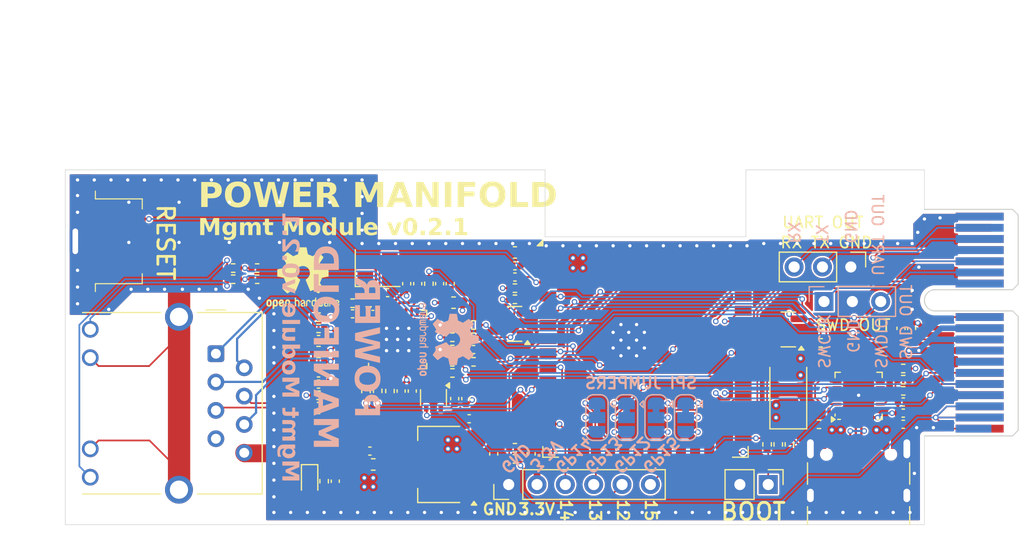
<source format=kicad_pcb>
(kicad_pcb (version 20240108) (generator "pcbnew") (generator_version "8.0")
  (title_block (date "2024-07-14") (rev "v0.2.1"))
  (layers (0 "F.Cu" signal) (1 "In1.Cu" power) (2 "In2.Cu" power) (31 "B.Cu" signal) (34 "B.Paste" user) (35 "F.Paste" user) (36 "B.SilkS" user "B.Silkscreen") (37 "F.SilkS" user "F.Silkscreen") (38 "B.Mask" user) (39 "F.Mask" user) (44 "Edge.Cuts" user))
  (net 0 "")
  (net 1 "GND")
  (net 2 "+3.3V")
  (net 3 "/RX_D+")
  (net 4 "/RX_D-")
  (net 5 "/3.45V")
  (net 6 "/~{RESET}")
  (net 7 "/SCL")
  (net 8 "/VIN")
  (net 9 "/RXD2")
  (net 10 "/OVERLOAD")
  (net 11 "/~{ALERT}")
  (net 12 "/SW_A0")
  (net 13 "+5V")
  (net 14 "/TXD2")
  (net 15 "/SDA")
  (net 16 "/SW_A1")
  (net 17 "/SWDIO")
  (net 18 "/SW_A2")
  (net 19 "/SWCLK")
  (net 20 "/~{I2C_RESET}")
  (net 21 "/TX_D-")
  (net 22 "/TX_D+")
  (net 23 "/D-")
  (net 24 "/D+")
  (net 25 "/RTS")
  (net 26 "Net-(Q1-B)")
  (net 27 "Net-(Q2-B)")
  (net 28 "/DTR")
  (net 29 "+3.3VA")
  (net 30 "/TXD0")
  (net 31 "/RXD0")
  (net 32 "Net-(D1-K)")
  (net 34 "Net-(J6-CC1)")
  (net 35 "Net-(J6-CC2)")
  (net 37 "/CKXTAL2")
  (net 38 "Net-(U1-AVDD10OUT)")
  (net 39 "Net-(U1-~{PHYRSTB})")
  (net 40 "Net-(U1-DVDD10OUT)")
  (net 41 "/CKXTAL1")
  (net 42 "Net-(J3-TCT)")
  (net 43 "Net-(U3-VO)")
  (net 44 "Net-(J3-RCT)")
  (net 45 "Net-(C26-Pad1)")
  (net 46 "Net-(D4-A)")
  (net 47 "/RXD_OUT")
  (net 50 "/TXD_OUT")
  (net 55 "Net-(J2-Pin_1)")
  (net 57 "Net-(J3-Pad9)")
  (net 58 "/GPIO12")
  (net 59 "/GPIO13")
  (net 60 "/GPIO15")
  (net 61 "/GPIO14")
  (net 62 "/REF_CLK_MCU")
  (net 63 "/EMAC_RXD1")
  (net 64 "/VIN_ADC1")
  (net 65 "/EMAC_TXD0")
  (net 66 "Net-(U1-TXD[0])")
  (net 67 "/EMAC_TXD1")
  (net 68 "Net-(U1-TXD[1])")
  (net 69 "Net-(U1-TXEN)")
  (net 70 "/EMAC_TX_EN")
  (net 71 "/EMAC_RXD0")
  (net 72 "Net-(U1-RXD[0])")
  (net 73 "Net-(U1-RXD[1])")
  (net 74 "/EMAC_RX_DV")
  (net 75 "Net-(U1-CRS{slash}CRS_DV)")
  (net 76 "/ETH_MDC")
  (net 77 "Net-(U1-MDC)")
  (net 78 "Net-(U1-MDIO)")
  (net 79 "/ETH_MDIO")
  (net 80 "Net-(U1-RSET)")
  (net 81 "Net-(U1-RXDV)")
  (net 82 "/LED_LINK")
  (net 83 "/LED_ACT")
  (net 84 "Net-(U5-VBUS)")
  (net 91 "/REF_CLK_ETH")
  (net 114 "Net-(J3-Pad12)")
  (footprint "Package_TO_SOT_SMD:SOT-223-3_TabPin2" (layer "F.Cu") (at 58.5 51.4 180)
    (property "Reference" "U3" (hide yes))
    (property "Value" "AMS1117-3.3")
  )
  (footprint "Resistor_SMD:R_0402_1005Metric" (layer "F.Cu") (at 92.55 47.8 180)
    (property "Reference" "R14" (hide yes))
    (property "Value" "100K")
  )
  (footprint "Capacitor_SMD:C_0402_1005Metric" (layer "F.Cu") (at 53.89 36)
    (property "Reference" "C6" (hide yes))
    (property "Value" "10pF")
  )
  (footprint "Resistor_SMD:R_0402_1005Metric" (layer "F.Cu") (at 47.7 39.2 180)
    (property "Reference" "R23" (hide yes))
    (property "Value" "49.9R")
  )
  (footprint "Capacitor_SMD:C_0402_1005Metric" (layer "F.Cu") (at 55.1 44.82 -90)
    (property "Reference" "C10" (hide yes))
    (property "Value" "1uF")
  )
  (footprint "Capacitor_SMD:C_0402_1005Metric" (layer "F.Cu") (at 52.3 50.2)
    (property "Reference" "C22" (hide yes))
    (property "Value" "100nF")
  )
  (footprint "Connector_PCBEdge:BUS_PCIexpress_x1" (layer "F.Cu") (at 106.95 48.19 90)
    (property "Reference" "J1" (hide yes))
    (property "Value" "Bus_PCI_Express_x1")
    (fp_line (start 19.65 -4.95) (end 19.65 2.95) (stroke (width 0.1)) (layer "Edge.Cuts"))
    (fp_line (start -0.65 -4.95) (end -0.65 2.95) (stroke (width 0.1)) (layer "Edge.Cuts"))
    (fp_line (start 12.45 -4) (end 12.45 2.95) (stroke (width 0.1)) (layer "Edge.Cuts"))
    (fp_line (start 10.55 -4) (end 10.55 2.95) (stroke (width 0.1)) (layer "Edge.Cuts"))
    (fp_line (start 19.65 2.95) (end 19.15 3.45) (stroke (width 0.1)) (layer "Edge.Cuts"))
    (fp_line (start 12.45 2.95) (end 12.95 3.45) (stroke (width 0.1)) (layer "Edge.Cuts"))
    (fp_line (start 10.55 2.95) (end 10.05 3.45) (stroke (width 0.1)) (layer "Edge.Cuts"))
    (fp_line (start -0.65 2.95) (end -0.15 3.45) (stroke (width 0.1)) (layer "Edge.Cuts"))
    (fp_line (start 12.95 3.45) (end 19.15 3.45) (stroke (width 0.1)) (layer "Edge.Cuts"))
    (fp_line (start -0.15 3.45) (end 10.05 3.45) (stroke (width 0.1)) (layer "Edge.Cuts"))
    (fp_arc (start 10.55 -4) (mid 11.5 -4.95) (end 12.45 -4) (stroke (width 0.1)) (layer "Edge.Cuts"))
  )
  (footprint "Capacitor_SMD:C_0402_1005Metric" (layer "F.Cu") (at 51.99 36 180)
    (property "Reference" "C1" (hide yes))
    (property "Value" "10pF")
  )
  (footprint "Capacitor_SMD:C_0402_1005Metric" (layer "F.Cu") (at 100.1 46.8)
    (property "Reference" "C32" (hide yes))
    (property "Value" "100nF")
  )
  (footprint "Capacitor_SMD:C_0402_1005Metric" (layer "F.Cu") (at 100.1 47.8)
    (property "Reference" "C34" (hide yes))
    (property "Value" "100nF")
  )
  (footprint "Capacitor_SMD:C_0402_1005Metric" (layer "F.Cu") (at 100.85 39.2 -90)
    (property "Reference" "C24" (hide yes))
    (property "Value" "10uF")
  )
  (footprint "Local Library:Yuandi_TS-1037-Ax" (layer "F.Cu") (at 25.7 31.4 90)
    (property "Reference" "SW1" (hide yes))
    (property "Value" "RESET")
  )
  (footprint "Resistor_SMD:R_0402_1005Metric" (layer "F.Cu") (at 87.9 49.6 90)
    (property "Reference" "R11" (hide yes))
    (property "Value" "10K")
  )
  (footprint "Resistor_SMD:R_0402_1005Metric" (layer "F.Cu") (at 65.3 49.9)
    (property "Reference" "R4" (hide yes))
    (property "Value" "1K")
  )
  (footprint "Capacitor_SMD:C_0402_1005Metric" (layer "F.Cu") (at 47.7 47.2)
    (property "Reference" "C20" (hide yes))
    (property "Value" "100nF")
  )
  (footprint "Package_TO_SOT_SMD:SOT-23" (layer "F.Cu") (at 89.8 39.3 180)
    (property "Reference" "Q1" (hide yes))
    (property "Value" "MMBT3904")
  )
  (footprint "Resistor_SMD:R_0402_1005Metric" (layer "F.Cu") (at 47.7 41.2 180)
    (property "Reference" "R24" (hide yes))
    (property "Value" "49.9R")
  )
  (footprint "Capacitor_SMD:C_0402_1005Metric" (layer "F.Cu") (at 60.9 45.5 90)
    (property "Reference" "C16" (hide yes))
    (property "Value" "1uF")
  )
  (footprint "Resistor_SMD:R_0402_1005Metric" (layer "F.Cu") (at 65.3 50.9 180)
    (property "Reference" "R3" (hide yes))
    (property "Value" "39K")
  )
  (footprint "LED_SMD:LED_0603_1608Metric" (layer "F.Cu") (at 46.9 52.9 -90)
    (property "Reference" "D4" (hide yes))
    (property "Value" "RED")
  )
  (footprint "Capacitor_SMD:C_0402_1005Metric" (layer "F.Cu") (at 61.2 47.3 180)
    (property "Reference" "C13" (hide yes))
    (property "Value" "10uF")
  )
  (footprint "Resistor_SMD:R_0402_1005Metric" (layer "F.Cu") (at 42.2 34.8)
    (property "Reference" "R30" (hide yes))
    (property "Value" "4.7K")
  )
  (footprint "RF_Module:ESP32-WROOM-32E" (layer "F.Cu") (at 77 37.8)
    (property "Reference" "U4" (hide yes))
    (property "Value" "ESP32-WROOM-32E")
  )
  (footprint "Resistor_SMD:R_0402_1005Metric" (layer "F.Cu") (at 51.95 44.82 90)
    (property "Reference" "R8" (hide yes))
    (property "Value" "22R")
  )
  (footprint "Resistor_SMD:R_0402_1005Metric" (layer "F.Cu") (at 61.59 38.9)
    (property "Reference" "R13" (hide yes))
    (property "Value" "22R")
  )
  (footprint "Package_TO_SOT_SMD:SOT-23" (layer "F.Cu") (at 65.2625 38.8 180)
    (property "Reference" "Q2" (hide yes))
    (property "Value" "MMBT3904")
  )
  (footprint "Capacitor_SMD:C_0402_1005Metric" (layer "F.Cu") (at 100.1 45.8)
    (property "Reference" "C33" (hide yes))
    (property "Value" "1uF")
  )
  (footprint "Inductor_SMD:L_0603_1608Metric" (layer "F.Cu") (at 59.8 36.9 180)
    (property "Reference" "L1" (hide yes))
    (property "Value" "600R")
  )
  (footprint "Resistor_SMD:R_0402_1005Metric" (layer "F.Cu") (at 92.7 40.5 180)
    (property "Reference" "R20" (hide yes))
    (property "Value" "10K")
  )
  (footprint "Resistor_SMD:R_0402_1005Metric" (layer "F.Cu") (at 59.69 42.2 180)
    (property "Reference" "R6" (hide yes))
    (property "Value" "22R")
  )
  (footprint "Package_TO_SOT_SMD:SOT-353_SC-70-5" (layer "F.Cu") (at 58 45.4 -90)
    (property "Reference" "U2" (hide yes))
    (property "Value" "74LVC1G14")
  )
  (footprint "Capacitor_SMD:C_0402_1005Metric" (layer "F.Cu") (at 56.59 35.2 -90)
    (property "Reference" "C5" (hide yes))
    (property "Value" "100nF")
  )
  (footprint "Connector_PinHeader_2.54mm:PinHeader_1x02_P2.54mm_Vertical" (layer "F.Cu") (at 88 53.2 -90)
    (property "Reference" "J2" (hide yes))
    (property "Value" "BOOT")
  )
  (footprint "Resistor_SMD:R_0402_1005Metric" (layer "F.Cu") (at 57.59 35.2 -90)
    (property "Reference" "R10" (hide yes))
    (property "Value" "22R")
  )
  (footprint "Resistor_SMD:R_0402_1005Metric" (layer "F.Cu") (at 42.2 33.8 180)
    (property "Reference" "R29" (hide yes))
    (property "Value" "4.7K")
  )
  (footprint "Resistor_SMD:R_0402_1005Metric" (layer "F.Cu") (at 59.69 38.9 180)
    (property "Reference" "R18" (hide yes))
    (property "Value" "10K")
  )
  (footprint "Capacitor_SMD:C_0402_1005Metric" (layer "F.Cu") (at 59.9 45.5 90)
    (property "Reference" "C14" (hide yes))
    (property "Value" "100nF")
  )
  (footprint "Capacitor_SMD:C_0402_1005Metric" (layer "F.Cu") (at 47.7 46.2)
    (property "Reference" "C18" (hide yes))
    (property "Value" "100nF")
  )
  (footprint "Package_DFN_QFN:QFN-24-1EP_4x4mm_P0.5mm_EP2.6x2.6mm" (layer "F.Cu") (at 96.1 45.25 90)
    (property "Reference" "U5" (hide yes))
    (property "Value" "CH9102F")
  )
  (footprint "Resistor_SMD:R_0402_1005Metric" (layer "F.Cu") (at 50.75 36.95)
    (property "Reference" "R15" (hide yes))
    (property "Value" "2.49K 1%")
  )
  (footprint "Resistor_SMD:R_0402_1005Metric" (layer "F.Cu") (at 59.69 40 180)
    (property "Reference" "R17" (hide yes))
    (property "Value" "10K")
  )
  (footprint "Resistor_SMD:R_0402_1005Metric" (layer "F.Cu") (at 100.1 44.8)
    (property "Reference" "R32" (hide yes))
    (property "Value" "47K")
  )
  (footprint "Resistor_SMD:R_0402_1005Metric" (layer "F.Cu") (at 61.59 42.2 180)
    (property "Reference" "R7" (hide yes))
    (property "Value" "22R")
  )
  (footprint "Resistor_SMD:R_0402_1005Metric" (layer "F.Cu") (at 61.59 40)
    (property "Reference" "R12" (hide yes))
    (property "Value" "22R")
  )
  (footprint "Capacitor_SMD:C_0402_1005Metric" (layer "F.Cu") (at 47.7 44.2 180)
    (property "Reference" "C4" (hide yes))
    (property "Value" "1uF")
  )
  (footprint "Capacitor_SMD:C_0402_1005Metric" (layer "F.Cu") (at 59.5 35.2 90)
    (property "Reference" "C9" (hide yes))
    (property "Value" "1uF")
  )
  (footprint "Resistor_SMD:R_0402_1005Metric" (layer "F.Cu") (at 40.05 33.8)
    (property "Reference" "R27" (hide yes))
    (property "Value" "220R")
  )
  (footprint "Resistor_SMD:R_0402_1005Metric" (layer "F.Cu") (at 54.1 44.82 90)
    (property "Reference" "R1" (hide yes))
    (property "Value" "4.7K")
  )
  (footprint "Resistor_SMD:R_0402_1005Metric" (layer "F.Cu") (at 47.7 38.2 180)
    (property "Reference" "R22" (hide yes))
    (property "Value" "49.9R")
  )
  (footprint "Diode_SMD:D_SMA" (layer "F.Cu") (at 89.8 44.7 90)
    (property "Reference" "D1" (hide yes))
    (property "Value" "SS54")
  )
  (footprint "Capacitor_SMD:C_0402_1005Metric" (layer "F.Cu") (at 61.59 41.1)
    (property "Reference" "C3" (hide yes))
    (property "Value" "100nF")
  )
  (footprint "Inductor_SMD:L_0603_1608Metric" (layer "F.Cu") (at 52.6 51.4 180)
    (property "Reference" "L2" (hide yes))
    (property "Value" "600R")
  )
  (footprint "Capacitor_SMD:C_0402_1005Metric" (layer "F.Cu") (at 63.4 50.45 90)
    (property "Reference" "C19" (hide yes))
    (property "Value" "10uF")
  )
  (footprint "Resistor_SMD:R_0402_1005Metric" (layer "F.Cu") (at 48.2 52.9 -90)
    (property "Reference" "R26" (hide yes))
    (property "Value" "4.7K")
  )
  (footprint "Capacitor_SMD:C_0402_1005Metric" (layer "F.Cu") (at 47.7 43.2 180)
    (property "Reference" "C7" (hide yes))
    (property "Value" "100nF")
  )
  (footprint "Capacitor_SMD:C_0402_1005Metric" (layer "F.Cu") (at 50.75 37.9)
    (property "Reference" "C2" (hide yes))
    (property "Value" "100nF")
  )
  (footprint "Resistor_SMD:R_0402_1005Metric" (layer "F.Cu") (at 40.05 34.8 180)
    (property "Reference" "R28" (hide yes))
    (property "Value" "4.7K")
  )
  (footprint "Capacitor_SMD:C_0402_1005Metric" (layer "F.Cu") (at 58.55 35.2 90)
    (property "Reference" "C21" (hide yes))
    (property "Value" "100nF")
  )
  (footprint "Capacitor_SMD:C_0402_1005Metric" (layer "F.Cu") (at 65.3 34.6 180)
    (property "Reference" "C11" (hide yes))
    (property "Value" "1uF")
  )
  (footprint "Capacitor_SMD:C_0402_1005Metric" (layer "F.Cu") (at 49.2 52.9 -90)
    (property "Reference" "C12" (hide yes))
    (property "Value" "100nF")
  )
  (footprint "Capacitor_SMD:C_0402_1005Metric" (layer "F.Cu") (at 66.75 50.45 90)
    (property "Reference" "C35" (hide yes))
    (property "Value" "10uF")
  )
  (footprint "Symbol:OSHW-Logo2_7.3x6mm_SilkScreen" (layer "F.Cu") (at 46.3 34.7)
    (property "Reference" "REF**" (hide yes))
    (property "Value" "OSHW-Logo2_7.3x6mm_SilkScreen" (hide yes))
  )
  (footprint "Resistor_SMD:R_0402_1005Metric" (layer "F.Cu") (at 65.3 35.6 180)
    (property "Reference" "R16" (hide yes))
    (property "Value" "10K")
  )
  (footprint "Capacitor_SMD:C_0402_1005Metric" (layer "F.Cu") (at 47.7 40.2 180)
    (property "Reference" "C26" (hide yes))
    (property "Value" "100nF")
  )
  (footprint "Resistor_SMD:R_0402_1005Metric" (layer "F.Cu") (at 53 44.8 90)
    (property "Reference" "R9" (hide yes))
    (property "Value" "22R")
  )
  (footprint "Connector_PinHeader_2.54mm:PinHeader_1x03_P2.54mm_Vertical" (layer "F.Cu") (at 95.4 33.7 -90)
    (property "Reference" "J7" (hide yes))
    (property "Value" "UART")
  )
  (footprint "Capacitor_SMD:C_0603_1608Metric" (layer "F.Cu") (at 65.3 32.4)
    (property "Reference" "C31" (hide yes))
    (property "Value" "22uF")
  )
  (footprint "Connector_RJ:RJ45_Hanrun_HR911105A_Horizontal" (layer "F.Cu") (at 38.5 41.475 -90)
    (property "Reference" "J3" (hide yes))
    (property "Value" "RJ45_Hanrun_HR913550A_Horizontal")
  )
  (footprint "Connector_USB:USB_C_Receptacle_XKB_U262-16XN-4BVC11" (layer "F.Cu") (at 96.1 53.1)
    (property "Reference" "J6" (hide yes))
    (property "Value" "USB_C")
  )
  (footprint "Capacitor_SMD:C_0402_1005Metric" (layer "F.Cu") (at 65.3 33.6)
    (property "Reference" "C30" (hide yes))
    (property "Value" "100nF")
  )
  (footprint "Connector_PinHeader_2.54mm:PinHeader_1x06_P2.54mm_Vertical" (layer "F.Cu") (at 64.74 53.2 90)
    (property "Reference" "J4" (hide yes))
    (property "Value" "GPIO")
  )
  (footprint "Resistor_SMD:R_0402_1005Metric" (layer "F.Cu") (at 47.7 42.2 180)
    (property "Reference" "R25" (hide yes))
    (property "Value" "49.9R")
  )
  (footprint "Resistor_SMD:R_0402_1005Metric" (layer "F.Cu") (at 100.1 42.8 180)
    (property "Reference" "R33" (hide yes))
    (property "Value" "47K")
  )
  (footprint "Crystal:Crystal_SMD_3225-4Pin_3.2x2.5mm" (layer "F.Cu") (at 52.99 33.8)
    (property "Reference" "Y1" (hide yes))
    (property "Value" "25MHz")
  )
  (footprint "Resistor_SMD:R_0402_1005Metric" (layer "F.Cu") (at 88.9 49.6 90)
    (property "Reference" "R35" (hide yes))
    (property "Value" "5.1K")
  )
  (footprint "Resistor_SMD:R_0402_1005Metric" (layer "F.Cu") (at 89.9 49.6 90)
    (property "Reference" "R34" (hide yes))
    (property "Value" "5.1K")
  )
  (footprint "Capacitor_SMD:C_0402_1005Metric" (layer "F.Cu") (at 55.6 35.2 90)
    (property "Reference" "C17" (hide yes))
    (property "Value" "1uF")
  )
  (footprint "Resistor_SMD:R_0402_1005Metric" (layer "F.Cu") (at 100.1 43.8 180)
    (property "Reference" "R31" (hide yes))
    (property "Value" "47K")
  )
  (footprint "Resistor_SMD:R_0402_1005Metric" (layer "F.Cu") (at 59.7 43.2 180)
    (property "Reference" "R5" (hide yes))
    (property "Value" "22R")
  )
  (footprint "Capacitor_SMD:C_0402_1005Metric" (layer "F.Cu") (at 56.1 44.82 -90)
    (property "Reference" "C8" (hide yes))
    (property "Value" "100nF")
  )
  (footprint "Package_DFN_QFN:QFN-32-1EP_5x5mm_P0.5mm_EP3.6x3.6mm_ThermalVias" (layer "F.Cu") (at 54.79 40.2)
    (property "Reference" "U1" (hide yes))
    (property "Value" "RTL8201F-VB-CG")
  )
  (footprint "Resistor_SMD:R_0402_1005Metric" (layer "F.Cu") (at 65.3 36.6)
    (property "Reference" "R21" (hide yes))
    (property "Value" "10K")
  )
  (footprint "Capacitor_SMD:C_0402_1005Metric" (layer "F.Cu") (at 99.9 39.2 -90)
    (property "Reference" "C15" (hide yes))
    (property "Value" "100nF")
  )
  (footprint "Resistor_SMD:R_0402_1005Metric" (layer "F.Cu") (at 59.69 41.1)
    (property "Reference" "R2" (hide yes))
    (property "Value" "4.7K")
  )
  (footprint "Resistor_SMD:R_0402_1005Metric" (layer "F.Cu") (at 47.7 45.2 180)
    (property "Reference" "R19" (hide yes))
    (property "Value" "10K")
  )
  (footprint "Jumper:SolderJumper-3_P1.3mm_Bridged12_RoundedPad1.0x1.5mm" (layer "B.Cu") (at 77.95 47.2 -90)
    (property "Reference" "JP2" (hide yes))
    (property "Value" "RXD")
  )
  (footprint "Jumper:SolderJumper-3_P1.3mm_Bridged12_RoundedPad1.0x1.5mm" (layer "B.Cu") (at 80.6 47.2 -90)
    (property "Reference" "JP1" (hide yes))
    (property "Value" "TXD")
  )
  (footprint "Jumper:SolderJumper-3_P1.3mm_Bridged12_RoundedPad1.0x1.5mm" (layer "B.Cu") (at 72.65 47.2 -90)
    (property "Reference" "JP4" (hide yes))
    (property "Value" "SW_A2")
  )
  (footprint "Connector_PinHeader_2.54mm:PinHeader_1x03_P2.54mm_Vertical" (layer "B.Cu") (at 93 36.8 -90)
    (property "Reference" "J5" (hide yes))
    (property "Value" "SWD")
  )
  (footprint "Jumper:SolderJumper-3_P1.3mm_Bridged12_RoundedPad1.0x1.5mm" (layer "B.Cu") (at 75.3 47.2 -90)
    (property "Reference" "JP3" (hide yes))
    (property "Value" "SW_A1")
  )
  (footprint "Symbol:OSHW-Logo2_7.3x6mm_SilkScreen" (layer "B.Cu") (at 59.3 40.2 90)
    (property "Reference" "REF**" (hide yes))
    (property "Value" "OSHW-Logo2_7.3x6mm_SilkScreen" (hide yes))
  )
  (gr_line (start 86 25) (end 102 25) (stroke (width 0.05)) (layer "Edge.Cuts"))
  (gr_line (start 102 25) (end 102 28.54) (stroke (width 0.05)) (layer "Edge.Cuts"))
  (gr_line (start 102 56.8) (end 102 48.84) (stroke (width 0.05)) (layer "Edge.Cuts"))
  (gr_line (start 86 31) (end 86 25) (stroke (width 0.05)) (layer "Edge.Cuts"))
  (gr_line (start 25 25) (end 25 56.8) (stroke (width 0.05)) (layer "Edge.Cuts"))
  (gr_line (start 25 25) (end 68 25) (stroke (width 0.05)) (layer "Edge.Cuts"))
  (gr_line (start 68 25) (end 68 31) (stroke (width 0.05)) (layer "Edge.Cuts"))
  (gr_line (start 68 31) (end 86 31) (stroke (width 0.05)) (layer "Edge.Cuts"))
  (gr_line (start 25 56.8) (end 102 56.8) (stroke (width 0.05)) (layer "Edge.Cuts"))
  (gr_text "GP12" (at 73.9 51.6 225) (layer "B.SilkS") (effects (font (size 1 1) (thickness 0.2) (bold yes)) (justify left bottom mirror)))
  (gr_text "3.3V" (at 66.4 51.4 225) (layer "B.SilkS") (effects (font (size 1 1) (thickness 0.2) (bold yes)) (justify left bottom mirror)))
  (gr_text "TX" (at 92.2 31.7 270) (layer "B.SilkS") (effects (font (size 1 1)) (justify left bottom mirror)))
  (gr_text "GND" (at 94.8 31.7 -90) (layer "B.SilkS") (effects (font (size 1 1)) (justify left bottom mirror)))
  (gr_text "GND" (at 95 41.5 -90) (layer "B.SilkS") (effects (font (size 1 1)) (justify left bottom mirror)))
  (gr_text "POWER\nMANIFOLD" (at 46.9 40.9 270) (layer "B.SilkS") (effects (font (size 2.2 2.2) (thickness 0.5) (bold yes) (italic yes)) (justify bottom mirror)))
  (gr_text "GP15" (at 76.5 51.6 225) (layer "B.SilkS") (effects (font (size 1 1) (thickness 0.2) (bold yes)) (justify left bottom mirror)))
  (gr_text "GP14" (at 68.65 51.6 225) (layer "B.SilkS") (effects (font (size 1 1) (thickness 0.2) (bold yes)) (justify left bottom mirror)))
  (gr_text "UART OUT" (at 97.2 34.6 270) (layer "B.SilkS") (effects (font (size 1 1)) (justify left bottom mirror)))
  (gr_text "SWCLK" (at 92.4 42.9 270) (layer "B.SilkS") (effects (font (size 1 1)) (justify left bottom mirror)))
  (gr_text "SPI JUMPERS" (at 76.6 44.7 0) (layer "B.SilkS") (effects (font (size 1 1) (thickness 0.2) (bold yes)) (justify bottom mirror)))
  (gr_text "SWD OUT" (at 99.7 42.1 -90) (layer "B.SilkS") (effects (font (size 1 1)) (justify left bottom mirror)))
  (gr_text "Mgmt Module ${REVISION}" (at 44.2 40.9 270) (layer "B.SilkS") (effects (font (size 1.5 1.5) (thickness 0.3) (bold yes)) (justify bottom mirror)))
  (gr_text "RX" (at 89.7 31.7 270) (layer "B.SilkS") (effects (font (size 1 1)) (justify left bottom mirror)))
  (gr_text "GND" (at 63.8 51.6 225) (layer "B.SilkS") (effects (font (size 1 1) (thickness 0.2) (bold yes)) (justify left bottom mirror)))
  (gr_text "GP13" (at 71.3 51.6 225) (layer "B.SilkS") (effects (font (size 1 1) (thickness 0.2) (bold yes)) (justify left bottom mirror)))
  (gr_text "SWDIO" (at 97.5 42.9 -90) (layer "B.SilkS") (effects (font (size 1 1)) (justify left bottom mirror)))
  (gr_text "15" (at 76.9 54.425 270) (layer "F.SilkS") (effects (font (size 1 1) (thickness 0.2) (bold yes)) (justify left bottom)))
  (gr_text "3.3V" (at 65.5 56 0) (layer "F.SilkS") (effects (font (size 1 1) (thickness 0.2) (bold yes)) (justify left bottom)))
  (gr_text "RX TX GND" (at 89 32.1 0) (layer "F.SilkS") (effects (font (size 1 1)) (justify left bottom)))
  (gr_text "14" (at 69.3 54.425 270) (layer "F.SilkS") (effects (font (size 1 1) (thickness 0.2) (bold yes)) (justify left bottom)))
  (gr_text "BOOT" (at 83.6 56.5 0) (layer "F.SilkS") (effects (font (size 1.5 1.5) (thickness 0.25) (bold yes)) (justify left bottom)))
  (gr_text "SWD OUT" (at 95.6 39.5 0) (layer "F.SilkS") (effects (font (size 1 1)) (justify bottom)))
  (gr_text "GND" (at 62.3 56 0) (layer "F.SilkS") (effects (font (size 1 1) (thickness 0.2) (bold yes)) (justify left bottom)))
  (gr_text "13" (at 71.9 54.425 270) (layer "F.SilkS") (effects (font (size 1 1) (thickness 0.2) (bold yes)) (justify left bottom)))
  (gr_text "RESET" (at 33.1 31.5 270) (layer "F.SilkS") (effects (font (size 1.5 1.5) (thickness 0.25) (bold yes)) (justify bottom)))
  (gr_text "POWER MANIFOLD" (at 36.9 28.7 0) (layer "F.SilkS") (effects (font (size 2.2 2.2) (thickness 0.5) (bold yes) (italic yes)) (justify left bottom)))
  (gr_text "12" (at 74.4 54.425 270) (layer "F.SilkS") (effects (font (size 1 1) (thickness 0.2) (bold yes)) (justify left bottom)))
  (gr_text "Mgmt Module ${REVISION}" (at 36.9 31.1 0) (layer "F.SilkS") (effects (font (size 1.5 1.5) (thickness 0.3) (bold yes)) (justify left bottom)))
  (gr_text "UART OUT" (at 92.9 30.3 0) (layer "F.SilkS") (effects (font (size 1 1)) (justify bottom)))
  (segment (start 27.24 50) (end 27.99 49.25) (width 0.15) (layer "F.Cu") (net 1))
  (segment (start 35.2 38.18) (end 35.2 53.65) (width 2) (layer "F.Cu") (net 1))
  (segment (start 32.547766 49.25) (end 35.19 51.892234) (width 0.15) (layer "F.Cu") (net 1))
  (segment (start 27.99 49.25) (end 32.547766 49.25) (width 0.15) (layer "F.Cu") (net 1))
  (segment (start 41.04 50.355) (end 41.085 50.4) (width 1.6) (layer "F.Cu") (net 1))
  (segment (start 55.25 38.95) (end 56.3 38.95) (width 0.15) (layer "F.Cu") (net 1))
  (segment (start 27.24 41.83) (end 27.99 42.58) (width 0.15) (layer "F.Cu") (net 1))
  (segment (start 41.085 50.4) (end 43.4 50.4) (width 1.6) (layer "F.Cu") (net 1))
  (segment (start 32.517716 42.58) (end 35.19 39.907716) (width 0.15) (layer "F.Cu") (net 1))
  (segment (start 35.2 35) (end 35.2 38.16) (width 2) (layer "F.Cu") (net 1))
  (segment (start 27.99 42.58) (end 32.517716 42.58) (width 0.15) (layer "F.Cu") (net 1))
  (segment (start 35.19 39.907716) (end 35.19 38.17) (width 0.15) (layer "F.Cu") (net 1))
  (via (at 43.7 46.8) (size 0.5) (drill 0.3) (layers "F.Cu" "B.Cu") (net 1))
  (via (at 29.1 25.9) (size 0.5) (drill 0.3) (layers "F.Cu" "B.Cu") (net 1))
  (via (at 69.2 55.7) (size 0.5) (drill 0.3) (layers "F.Cu" "B.Cu") (net 1))
  (via (at 38.1 25.9) (size 0.5) (drill 0.3) (layers "F.Cu" "B.Cu") (net 1))
  (via (at 26.1 27.3) (size 0.5) (drill 0.3) (layers "F.Cu" "B.Cu") (net 1))
  (via (at 32.1 25.9) (size 0.5) (drill 0.3) (layers "F.Cu" "B.Cu") (net 1))
  (via (at 41.4 35.7) (size 0.5) (drill 0.3) (layers "F.Cu" "B.Cu") (net 1))
  (via (at 84.6 31.8) (size 0.5) (drill 0.3) (layers "F.Cu" "B.Cu") (net 1))
  (via (at 74.1 31.8) (size 0.5) (drill 0.3) (layers "F.Cu" "B.Cu") (net 1))
  (via (at 96.6 31.6) (size 0.5) (drill 0.3) (layers "F.Cu" "B.Cu") (net 1))
  (via (at 57.6 31.6) (size 0.5) (drill 0.3) (layers "F.Cu" "B.Cu") (net 1))
  (via (at 75.2 55.7) (size 0.5) (drill 0.3) (layers "F.Cu" "B.Cu") (net 1))
  (via (at 103.4 29.3) (size 0.5) (drill 0.3) (layers "F.Cu" "B.Cu") (net 1))
  (via (at 93.6 31.6) (size 0.5) (drill 0.3) (layers "F.Cu" "B.Cu") (net 1))
  (via (at 48.7 27.9) (size 0.5) (drill 0.3) (layers "F.Cu" "B.Cu") (net 1))
  (via (at 89.1 31.6) (size 0.5) (drill 0.3) (layers "F.Cu" "B.Cu") (net 1))
  (via (at 60.2 55.7) (size 0.5) (drill 0.3) (layers "F.Cu" "B.Cu") (net 1))
  (via (at 43.7 51.3) (size 0.5) (drill 0.3) (layers "F.Cu" "B.Cu") (net 1))
  (via (at 53.1 31.6) (size 0.5) (drill 0.3) (layers "F.Cu" "B.Cu") (net 1))
  (via (at 64.7 55.7) (size 0.5) (drill 0.3) (layers "F.Cu" "B.Cu") (net 1))
  (via (at 59.1 31.6) (size 0.5) (drill 0.3) (layers "F.Cu" "B.Cu") (net 1))
  (via (at 94.7 55.7) (size 0.5) (drill 0.3) (layers "F.Cu" "B.Cu") (net 1))
  (via (at 75.6 31.8) (size 0.5) (drill 0.3) (layers "F.Cu" "B.Cu") (net 1))
  (via (at 65.1 31.6) (size 0.5) (drill 0.3) (layers "F.Cu" "B.Cu") (net 1))
  (via (at 41.1 25.9) (size 0.5) (drill 0.3) (layers "F.Cu" "B.Cu") (net 1))
  (via (at 44.2 31.5) (size 0.5) (drill 0.3) (layers "F.Cu" "B.Cu") (net 1))
  (via (at 51.6 25.9) (size 0.5) (drill 0.3) (layers "F.Cu" "B.Cu") (net 1))
  (via (at 85.7 55.7) (size 0.5) (drill 0.3) (layers "F.Cu" "B.Cu") (net 1))
  (via (at 33.9 35.7) (size 0.5) (drill 0.3) (layers "F.Cu" "B.Cu") (net 1))
  (via (at 82.7 55.7) (size 0.5) (drill 0.3) (layers "F.Cu" "B.Cu") (net 1))
  (via (at 26.1 34) (size 0.5) (drill 0.3) (layers "F.Cu" "B.Cu") (net 1))
  (via (at 45.6 25.9) (size 0.5) (drill 0.3) (layers "F.Cu" "B.Cu") (net 1))
  (via (at 43.7 52.8) (size 0.5) (drill 0.3) (layers "F.Cu" "B.Cu") (net 1))
  (via (at 28.9 37.5) (size 0.5) (drill 0.3) (layers "F.Cu" "B.Cu") (net 1))
  (via (at 35.1 25.9) (size 0.5) (drill 0.3) (layers "F.Cu" "B.Cu") (net 1))
  (via (at 78.2 55.7) (size 0.5) (drill 0.3) (layers "F.Cu" "B.Cu") (net 1))
  (via (at 27.6 25.9) (size 0.5) (drill 0.3) (layers "F.Cu" "B.Cu") (net 1))
  (via (at 72.2 55.7) (size 0.5) (drill 0.3) (layers "F.Cu" "B.Cu") (net 1))
  (via (at 87.2 55.7) (size 0.5) (drill 0.3) (layers "F.Cu" "B.Cu") (net 1))
  (via (at 81.2 55.7) (size 0.5) (drill 0.3) (layers "F.Cu" "B.Cu") (net 1))
  (via (at 102.8 48.1) (size 0.5) (drill 0.3) (layers "F.Cu" "B.Cu") (net 1))
  (via (at 101.5 33.715) (size 0.5) (drill 0.3) (layers "F.Cu" "B.Cu") (net 1))
  (via (at 51.6 30.4) (size 0.5) (drill 0.3) (layers "F.Cu" "B.Cu") (net 1))
  (via (at 83.1 31.8) (size 0.5) (drill 0.3) (layers "F.Cu" "B.Cu") (net 1))
  (via (at 26.1 25.9) (size 0.5) (drill 0.3) (layers "F.Cu" "B.Cu") (net 1))
  (via (at 100.9 31.6) (size 0.5) (drill 0.3) (layers "F.Cu" "B.Cu") (net 1))
  (via (at 48.6 25.9) (size 0.5) (drill 0.3) (layers "F.Cu" "B.Cu") (net 1))
  (via (at 66.6 31.6) (size 0.5) (drill 0.3) (layers "F.Cu" "B.Cu") (net 1))
  (via (at 100.9 35.8) (size 0.5) (drill 0.3) (layers "F.Cu" "B.Cu") (net 1))
  (via (at 44.2 27.9) (size 0.5) (drill 0.3) (layers "F.Cu" "B.Cu") (net 1))
  (via (at 43.7 55.7) (size 0.5) (drill 0.3) (layers "F.Cu" "B.Cu") (net 1))
  (via (at 62.1 31.6) (size 0.5) (drill 0.3) (layers "F.Cu" "B.Cu") (net 1))
  (via (at 42.4 36.5) (size 0.5) (drill 0.3) (layers "F.Cu" "B.Cu") (net 1))
  (via (at 77.1 31.8) (size 0.5) (drill 0.3) (layers "F.Cu" "B.Cu") (net 1))
  (via (at 43.7 49.8) (size 0.5) (drill 0.3) (layers "F.Cu" "B.Cu") (net 1))
  (via (at 90.6 31.6) (size 0.5) (drill 0.3) (layers "F.Cu" "B.Cu") (net 1))
  (via (at 60.6 31.6) (size 0.5) (drill 0.3) (layers "F.Cu" "B.Cu") (net 1))
  (via (at 43.7 45.3) (size 0.5) (drill 0.3) (layers "F.Cu" "B.Cu") (net 1))
  (via (at 91.7 55.7) (size 0.5) (drill 0.3) (layers "F.Cu" "B.Cu") (net 1))
  (via (at 54.2 55.7) (size 0.5) (drill 0.3) (layers "F.Cu" "B.Cu") (net 1))
  (via (at 30.6 25.9) (size 0.5) (drill 0.3) (layers "F.Cu" "B.Cu") (net 1))
  (via (at 93.2 55.7) (size 0.5) (drill 0.3) (layers "F.Cu" "B.Cu") (net 1))
  (via (at 99.6 31.6) (size 0.5) (drill 0.3) (layers "F.Cu" "B.Cu") (net 1))
  (via (at 87.6 31.6) (size 0.5) (drill 0.3) (layers "F.Cu" "B.Cu") (net 1))
  (via (at 101.3 48.1) (size 0.5) (drill 0.3) (layers "F.Cu" "B.Cu") (net 1))
  (via (at 43.7 42.3) (size 0.5) (drill 0.3) (layers "F.Cu" "B.Cu") (net 1))
  (via (at 81.6 31.8) (size 0.5) (drill 0.3) (layers "F.Cu" "B.Cu") (net 1))
  (via (at 88.7 55.7) (size 0.5) (drill 0.3) (layers "F.Cu" "B.Cu") (net 1))
  (via (at 26.1 28.8) (size 0.5) (drill 0.3) (layers "F.Cu" "B.Cu") (net 1))
  (via (at 101.1 52.2) (size 0.5) (drill 0.3) (layers "F.Cu" "B.Cu") (net 1))
  (via (at 54.6 31.6) (size 0.5) (drill 0.3) (layers "F.Cu" "B.Cu") (net 1))
  (via (at 26.1 37) (size 0.5) (drill 0.3) (layers "F.Cu" "B.Cu") (net 1))
  (via (at 80.1 31.8) (size 0.5) (drill 0.3) (layers "F.Cu" "B.Cu") (net 1))
  (via (at 78.6 31.8) (size 0.5) (drill 0.3) (layers "F.Cu" "B.Cu") (net 1))
  (via (at 35.2 27.9) (size 0.5) (drill 0.3) (layers "F.Cu" "B.Cu") (net 1))
  (via (at 43.7 54.3) (size 0.5) (drill 0.3) (layers "F.Cu" "B.Cu") (net 1))
  (via (at 100.7 55.7) (size 0.5) (drill 0.3) (layers "F.Cu" "B.Cu") (net 1))
  (via (at 30.9 35.7) (size 0.5) (drill 0.3) (layers "F.Cu" "B.Cu") (net 1))
  (via (at 48.2 55.7) (size 0.5) (drill 0.3) (layers "F.Cu" "B.Cu") (net 1))
  (via (at 43.7 39.4) (size 0.5) (drill 0.3) (layers "F.Cu" "B.Cu") (net 1))
  (via (at 56.1 31.6) (size 0.5) (drill 0.3) (layers "F.Cu" "B.Cu") (net 1))
  (via (at 39.6 25.9) (size 0.5) (drill 0.3) (layers "F.Cu" "B.Cu") (net 1))
  (via (at 58.7 55.7) (size 0.5) (drill 0.3) (layers "F.Cu" "B.Cu") (net 1))
  (via (at 46.7 55.7) (size 0.5) (drill 0.3) (layers "F.Cu" "B.Cu") (net 1))
  (via (at 37 35.7) (size 0.5) (drill 0.3) (layers "F.Cu" "B.Cu") (net 1))
  (via (at 36.6 25.9) (size 0.5) (drill 0.3) (layers "F.Cu" "B.Cu") (net 1))
  (via (at 70.7 55.7) (size 0.5) (drill 0.3) (layers "F.Cu" "B.Cu") (net 1))
  (via (at 96.2 55.7) (size 0.5) (drill 0.3) (layers "F.Cu" "B.Cu") (net 1))
  (via (at 101.4 30.6) (size 0.5) (drill 0.3) (layers "F.Cu" "B.Cu") (net 1))
  (via (at 35.2 31.5) (size 0.5) (drill 0.3) (layers "F.Cu" "B.Cu") (net 1))
  (via (at 30.7 31.5) (size 0.5) (drill 0.3) (layers "F.Cu" "B.Cu") (net 1))
  (via (at 51.6 31.6) (size 0.5) (drill 0.3) (layers "F.Cu" "B.Cu") (net 1))
  (via (at 68.1 31.8) (size 0.5) (drill 0.3) (layers "F.Cu" "B.Cu") (net 1))
  (via (at 76.7 55.7) (size 0.5) (drill 0.3) (layers "F.Cu" "B.Cu") (net 1))
  (via (at 35.5 35.7) (size 0.5) (drill 0.3) (layers "F.Cu" "B.Cu") (net 1))
  (via (at 86.1 31.8) (size 0.5) (drill 0.3) (layers "F.Cu" "B.Cu") (net 1))
  (via (at 42.6 25.9) (size 0.5) (drill 0.3) (layers "F.Cu" "B.Cu") (net 1))
  (via (at 51.2 55.7) (size 0.5) (drill 0.3) (layers "F.Cu" "B.Cu") (net 1))
  (via (at 100.9 37.5) (size 0.5) (drill 0.3) (layers "F.Cu" "B.Cu") (net 1))
  (via (at 79.7 55.7) (size 0.5) (drill 0.3) (layers "F.Cu" "B.Cu") (net 1))
  (via (at 47.1 25.9) (size 0.5) (drill 0.3) (layers "F.Cu" "B.Cu") (net 1))
  (via (at 49.7 55.7) (size 0.5) (drill 0.3) (layers "F.Cu" "B.Cu") (net 1))
  (via (at 39.7 31.5) (size 0.5) (drill 0.3) (layers "F.Cu" "B.Cu") (net 1))
  (via (at 50.1 25.9) (size 0.5) (drill 0.3) (layers "F.Cu" "B.Cu") (net 1))
  (via (at 33.6 25.9) (size 0.5) (drill 0.3) (layers "F.Cu" "B.Cu") (net 1))
  (via (at 52.7 55.7) (size 0.5) (drill 0.3) (layers "F.Cu" "B.Cu") (net 1))
  (via (at 51.6 27.4) (size 0.5) (drill 0.3) (layers "F.Cu" "B.Cu") (net 1))
  (via (at 99.2 55.7) (size 0.5) (drill 0.3) (layers "F.Cu" "B.Cu") (net 1))
  (via (at 71.1 31.8) (size 0.5) (drill 0.3) (layers "F.Cu" "B.Cu") (net 1))
  (via (at 92.1 31.6) (size 0.5) (drill 0.3) (layers "F.Cu" "B.Cu") (net 1))
  (via (at 43.7 48.3) (size 0.5) (drill 0.3) (layers "F.Cu" "B.Cu") (net 1))
  (via (at 39.7 27.9) (size 0.5) (drill 0.3) (layers "F.Cu" "B.Cu") (net 1))
  (via (at 69.6 31.8) (size 0.5) (drill 0.3) (layers "F.Cu" "B.Cu") (net 1))
  (via (at 43.7 37.9) (size 0.5) (drill 0.3) (layers "F.Cu" "B.Cu") (net 1))
  (via (at 63.2 55.7) (size 0.5) (drill 0.3) (layers "F.Cu" "B.Cu") (net 1))
  (via (at 55.7 55.7) (size 0.5) (drill 0.3) (layers "F.Cu" "B.Cu") (net 1))
  (via (at 48.7 31.5) (size 0.5) (drill 0.3) (layers "F.Cu" "B.Cu") (net 1))
  (via (at 32.4 35.7) (size 0.5) (drill 0.3) (layers "F.Cu" "B.Cu") (net 1))
  (via (at 43.7 40.9) (size 0.5) (drill 0.3) (layers "F.Cu" "B.Cu") (net 1))
  (via (at 57.2 55.7) (size 0.5) (drill 0.3) (layers "F.Cu" "B.Cu") (net 1))
  (via (at 38.5 35.7) (size 0.5) (drill 0.3) (layers "F.Cu" "B.Cu") (net 1))
  (via (at 84.2 55.7) (size 0.5) (drill 0.3) (layers "F.Cu" "B.Cu") (net 1))
  (via (at 102 29.4) (size 0.5) (drill 0.3) (layers "F.Cu" "B.Cu") (net 1))
  (via (at 61.7 55.7) (size 0.5) (drill 0.3) (layers "F.Cu" "B.Cu") (net 1))
  (via (at 97.7 55.7) (size 0.5) (drill 0.3) (layers "F.Cu" "B.Cu") (net 1))
  (via (at 96.1 45.2) (size 0.5) (drill 0.3) (layers "F.Cu" "B.Cu") (net 1))
  (via (at 73.7 55.7) (size 0.5) (drill 0.3) (layers "F.Cu" "B.Cu") (net 1))
  (via (at 44.1 25.9) (size 0.5) (drill 0.3) (layers "F.Cu" "B.Cu") (net 1))
  (via (at 26.1 35.5) (size 0.5) (drill 0.3) (layers "F.Cu" "B.Cu") (net 1))
  (via (at 45.2 55.7) (size 0.5) (drill 0.3) (layers "F.Cu" "B.Cu") (net 1))
  (via (at 63.6 31.6) (size 0.5) (drill 0.3) (layers "F.Cu" "B.Cu") (net 1))
  (via (at 95.1 31.6) (size 0.5) (drill 0.3) (layers "F.Cu" "B.Cu") (net 1))
  (via (at 67.7 55.7) (size 0.5) (drill 0.3) (layers "F.Cu" "B.Cu") (net 1))
  (via (at 72.6 31.8) (size 0.5) (drill 0.3) (layers "F.Cu" "B.Cu") (net 1))
  (via (at 66.2 55.7) (size 0.5) (drill 0.3) (layers "F.Cu" "B.Cu") (net 1))
  (via (at 51.6 28.9) (size 0.5) (drill 0.3) (layers "F.Cu" "B.Cu") (net 1))
  (via (at 98.1 31.6) (size 0.5) (drill 0.3) (layers "F.Cu" "B.Cu") (net 1))
  (via (at 90.2 55.7) (size 0.5) (drill 0.3) (layers "F.Cu" "B.Cu") (net 1))
  (via (at 30.7 27.9) (size 0.5) (drill 0.3) (layers "F.Cu" "B.Cu") (net 1))
  (segment (start 70.5 33.8) (end 70.49 33.81) (width 1) (layer "F.Cu") (net 2))
  (segment (start 49.2 52.42) (end 48.23 52.42) (width 0.15) (layer "F.Cu") (net 2))
  (segment (start 67.485 33.81) (end 68.25 33.81) (width 0.6) (layer "F.Cu") (net 2))
  (segment (start 58.6 41.1) (end 59.18 41.1) (width 0.15) (layer "F.Cu") (net 2))
  (segment (start 101.4 38.72) (end 99.9 38.72) (width 0.4) (layer "F.Cu") (net 2))
  (segment (start 55.6 43.84) (end 56.1 44.34) (width 0.25) (layer "F.Cu") (net 2))
  (segment (start 55.1 44.32) (end 55.1 44.34) (width 0.25) (layer "F.Cu") (net 2))
  (segment (start 65.78 33.6) (end 66.075 33.305) (width 0.6) (layer "F.Cu") (net 2))
  (segment (start 67.28 51.46) (end 67.28 53.2) (width 0.6) (layer "F.Cu") (net 2))
  (segment (start 66.075 33.305) (end 66.075 32.4) (width 0.6) (layer "F.Cu") (net 2))
  (segment (start 51.8 52.6) (end 51.8 51.4125) (width 1) (layer "F.Cu") (net 2))
  (segment (start 55.6 43.82) (end 55.1 44.32) (width 0.25) (layer "F.Cu") (net 2))
  (segment (start 52.6 53.4) (end 52.6 52.6) (width 1) (layer "F.Cu") (net 2))
  (segment (start 70.5 32.9) (end 71.4 32.9) (width 1) (layer "F.Cu") (net 2))
  (segment (start 59.9 45.98) (end 60.9 45.98) (width 0.15) (layer "F.Cu") (net 2))
  (segment (start 55.6 43.82) (end 55.54 43.76) (width 0.25) (layer "F.Cu") (net 2))
  (segment (start 55.6 43.82) (end 55.6 43.84) (width 0.25) (layer "F.Cu") (net 2))
  (segment (start 61.4625 45.625) (end 61.1075 45.98) (width 0.15) (layer "F.Cu") (net 2))
  (segment (start 71.4 32.9) (end 71.4 33.8) (width 1) (layer "F.Cu") (net 2))
  (segment (start 51.8 51.4125) (end 51.8125 51.4) (width 1) (layer "F.Cu") (net 2))
  (segment (start 64.2 35.6) (end 64.79 35.6) (width 0.15) (layer "F.Cu") (net 2))
  (segment (start 51.82 51.3925) (end 51.8125 51.4) (width 0.15) (layer "F.Cu") (net 2))
  (segment (start 61.1075 45.98) (end 60.9 45.98) (width 0.15) (layer "F.Cu") (net 2))
  (segment (start 70.49 33.81) (end 68.25 33.81) (width 1) (layer "F.Cu") (net 2))
  (segment (start 101.87 39.19) (end 106.95 39.19) (width 0.4) (layer "F.Cu") (net 2))
  (segment (start 58.6 38.9) (end 59.18 38.9) (width 0.15) (layer "F.Cu") (net 2))
  (segment (start 51.8 53.4) (end 52.6 53.4) (width 1) (layer "F.Cu") (net 2))
  (segment (start 51.62 52.42) (end 51.8 52.6) (width 0.15) (layer "F.Cu") (net 2))
  (segment (start 70.5 32.9) (end 70.5 33.8) (width 1) (layer "F.Cu") (net 2))
  (segment (start 55.54 43.76) (end 55.54 42.65) (width 0.25) (layer "F.Cu") (net 2))
  (segment (start 59.53 46.35) (end 58.65 46.35) (width 0.15) (layer "F.Cu") (net 2))
  (segment (start 49.2 52.42) (end 51.62 52.42) (width 0.15) (layer "F.Cu") (net 2))
  (segment (start 66.075 32.4) (end 67.485 33.81) (width 0.6) (layer "F.Cu") (net 2))
  (segment (start 60.6 37.6) (end 60.6 36.78) (width 0.25) (layer "F.Cu") (net 2))
  (segment (start 59.9 45.98) (end 59.53 46.35) (width 0.15) (layer "F.Cu") (net 2))
  (segment (start 52.6 52.6) (end 51.8 52.6) (width 1) (layer "F.Cu") (net 2))
  (segment (start 58.6 40) (end 59.18 40) (width 0.15) (layer "F.Cu") (net 2))
  (segment (start 101.4 38.72) (end 101.87 39.19) (width 0.4) (layer "F.Cu") (net 2))
  (segment (start 60.6 36.78) (end 59.5 35.68) (width 0.25) (layer "F.Cu") (net 2))
  (segment (start 51.8 53.4) (end 51.8 52.6) (width 1) (layer "F.Cu") (net 2))
  (segment (start 46.6 45.2) (end 47.19 45.2) (width 0.15) (layer "F.Cu") (net 2))
  (segment (start 48.23 52.42) (end 48.2 52.39) (width 0.15) (layer "F.Cu") (net 2))
  (segment (start 70.5 33.8) (end 71.4 33.8) (width 1) (layer "F.Cu") (net 2))
  (segment (start 70.5 32.9) (end 70.49 32.91) (width 1) (layer "F.Cu") (net 2))
  (segment (start 66.75 50.93) (end 67.28 51.46) (width 0.6) (layer "F.Cu") (net 2))
  (segment (start 51.82 50.2) (end 51.82 51.3925) (width 0.15) (layer "F.Cu") (net 2))
  (via (at 58.6 41.1) (size 0.5) (drill 0.3) (layers "F.Cu" "B.Cu") (net 2))
  (via (at 51.8 52.6) (size 0.5) (drill 0.3) (layers "F.Cu" "B.Cu") (net 2))
  (via (at 101.4 38.72) (size 0.5) (drill 0.3) (layers "F.Cu" "B.Cu") (net 2))
  (via (at 70.5 33.8) (size 0.5) (drill 0.3) (layers "F.Cu" "B.Cu") (net 2))
  (via (at 71.4 32.9) (size 0.5) (drill 0.3) (layers "F.Cu" "B.Cu") (net 2))
  (via (at 64.2 35.6) (size 0.5) (drill 0.3) (layers "F.Cu" "B.Cu") (net 2))
  (via (at 61.4625 45.625) (size 0.5) (drill 0.3) (layers "F.Cu" "B.Cu") (net 2))
  (via (at 58.6 38.9) (size 0.5) (drill 0.3) (layers "F.Cu" "B.Cu") (net 2))
  (via (at 52.6 52.6) (size 0.5) (drill 0.3) (layers "F.Cu" "B.Cu") (net 2))
  (via (at 71.4 33.8) (size 0.5) (drill 0.3) (layers "F.Cu" "B.Cu") (net 2))
  (via (at 51.8 53.4) (size 0.5) (drill 0.3) (layers "F.Cu" "B.Cu") (net 2))
  (via (at 52.6 53.4) (size 0.5) (drill 0.3) (layers "F.Cu" "B.Cu") (net 2))
  (via (at 60.6 37.6) (size 0.5) (drill 0.3) (layers "F.Cu" "B.Cu") (net 2))
  (via (at 55.6 43.82) (size 0.5) (drill 0.3) (layers "F.Cu" "B.Cu") (net 2))
  (via (at 46.6 45.2) (size 0.5) (drill 0.3) (layers "F.Cu" "B.Cu") (net 2))
  (via (at 70.5 32.9) (size 0.5) (drill 0.3) (layers "F.Cu" "B.Cu") (net 2))
  (via (at 58.6 40) (size 0.5) (drill 0.3) (layers "F.Cu" "B.Cu") (net 2))
  (segment (start 51.739999 40.45) (end 52.34 40.45) (width 0.2) (layer "F.Cu") (net 3))
  (segment (start 48.8 41.2) (end 49.5 40.5) (width 0.2) (layer "F.Cu") (net 3))
  (segment (start 51.689999 40.5) (end 51.739999 40.45) (width 0.2) (layer "F.Cu") (net 3))
  (segment (start 49.5 40.5) (end 51.689999 40.5) (width 0.2) (layer "F.Cu") (net 3))
  (segment (start 48.8 41.2) (end 48.21 41.2) (width 0.2) (layer "F.Cu") (net 3))
  (via (at 48.8 41.2) (size 0.5) (drill 0.3) (layers "F.Cu" "B.Cu") (net 3))
  (segment (start 45.217156 41.5) (end 42.717156 44) (width 0.2) (layer "B.Cu") (net 3))
  (segment (start 48.8 41.2) (end 48.5 41.5) (width 0.2) (layer "B.Cu") (net 3))
  (segment (start 42.717156 44) (end 38.515 44) (width 0.2) (layer "B.Cu") (net 3))
  (segment (start 48.5 41.5) (end 45.217156 41.5) (width 0.2) (layer "B.Cu") (net 3))
  (segment (start 38.515 44) (end 38.5 44.015) (width 0.2) (layer "B.Cu") (net 3))
  (segment (start 48.757536 42.2) (end 48.21 42.2) (width 0.2) (layer "F.Cu") (net 4))
  (segment (start 51.739999 40.95) (end 52.34 40.95) (width 0.2) (layer "F.Cu") (net 4))
  (segment (start 48.778768 42.178768) (end 48.757536 42.2) (width 0.2) (layer "F.Cu") (net 4))
  (segment (start 48.778768 42.178768) (end 50.057536 40.9) (width 0.2) (layer "F.Cu") (net 4))
  (segment (start 50.057536 40.9) (end 51.689999 40.9) (width 0.2) (layer "F.Cu") (net 4))
  (segment (start 48.21 42.2) (end 48.21 42.2) (width 0.2) (layer "F.Cu") (net 4))
  (segment (start 51.689999 40.9) (end 51.739999 40.95) (width 0.2) (layer "F.Cu") (net 4))
  (via (at 48.778768 42.178768) (size 0.5) (drill 0.3) (layers "F.Cu" "B.Cu") (net 4))
  (segment (start 45.382844 41.9) (end 42.1 45.182844) (width 0.2) (layer "B.Cu") (net 4))
  (segment (start 42.1 45.182844) (end 42.1 46.755) (width 0.2) (layer "B.Cu") (net 4))
  (segment (start 48.5 41.9) (end 45.382844 41.9) (width 0.2) (layer "B.Cu") (net 4))
  (segment (start 48.778768 42.178768) (end 48.5 41.9) (width 0.2) (layer "B.Cu") (net 4))
  (segment (start 42.1 46.755) (end 41.04 47.815) (width 0.2) (layer "B.Cu") (net 4))
  (segment (start 99.62 46.8) (end 99.62 45.8) (width 0.25) (layer "F.Cu") (net 5))
  (segment (start 99.1 46.8) (end 99.62 46.8) (width 0.25) (layer "F.Cu") (net 5))
  (segment (start 97.7875 47.1875) (end 97.2 47.1875) (width 0.25) (layer "F.Cu") (net 5))
  (segment (start 97.8 47.2) (end 97.7875 47.1875) (width 0.25) (layer "F.Cu") (net 5))
  (segment (start 97.2 47.1875) (end 97.35 47.1875) (width 0.25) (layer "F.Cu") (net 5))
  (segment (start 96.85 47.1875) (end 97.2 47.1875) (width 0.25) (layer "F.Cu") (net 5))
  (via (at 99.1 46.8) (size 0.5) (drill 0.3) (layers "F.Cu" "B.Cu") (net 5))
  (via (at 97.8 47.2) (size 0.5) (drill 0.3) (layers "F.Cu" "B.Cu") (net 5))
  (segment (start 97.8 47.2) (end 98.2 46.8) (width 0.25) (layer "B.Cu") (net 5))
  (segment (start 98.2 46.8) (end 99.1 46.8) (width 0.25) (layer "B.Cu") (net 5))
  (segment (start 66.7 34.6) (end 65.78 34.6) (width 0.15) (layer "F.Cu") (net 6))
  (segment (start 65.81 34.63) (end 65.78 34.6) (width 0.15) (layer "F.Cu") (net 6))
  (segment (start 67.2 35.08) (end 67.18 35.08) (width 0.15) (layer "F.Cu") (net 6))
  (segment (start 67.2 35.08) (end 68.25 35.08) (width 0.15) (layer "F.Cu") (net 6))
  (segment (start 64.325 38.8) (end 64.325 37.897858) (width 0.15) (layer "F.Cu") (net 6))
  (segment (start 67.18 35.08) (end 66.7 34.6) (width 0.15) (layer "F.Cu") (net 6))
  (segment (start 65.315 36.095) (end 65.81 35.6) (width 0.15) (layer "F.Cu") (net 6))
  (segment (start 32.5 29.4) (end 29.95 29.4) (width 0.15) (layer "F.Cu") (net 6))
  (segment (start 64.325 37.897858) (end 65.315 36.907858) (width 0.15) (layer "F.Cu") (net 6))
  (segment (start 65.315 36.907858) (end 65.315 36.095) (width 0.15) (layer "F.Cu") (net 6))
  (segment (start 65.81 35.6) (end 65.81 34.63) (width 0.15) (layer "F.Cu") (net 6))
  (via (at 67.2 35.08) (size 0.5) (drill 0.3) (layers "F.Cu" "B.Cu") (net 6))
  (via (at 32.5 29.4) (size 0.5) (drill 0.3) (layers "F.Cu" "B.Cu") (net 6))
  (segment (start 67.2 35.08) (end 67.18 35.08) (width 0.15) (layer "B.Cu") (net 6))
  (segment (start 67.18 35.08) (end 64.5 32.4) (width 0.15) (layer "B.Cu") (net 6))
  (segment (start 64.5 32.4) (end 51.1 32.4) (width 0.15) (layer "B.Cu") (net 6))
  (segment (start 51.1 32.4) (end 48.1 29.4) (width 0.15) (layer "B.Cu") (net 6))
  (segment (start 48.1 29.4) (end 32.5 29.4) (width 0.15) (layer "B.Cu") (net 6))
  (segment (start 106.95 33.19) (end 100.61 33.19) (width 0.15) (layer "F.Cu") (net 7))
  (segment (start 99.1 34.7) (end 97.475736 34.7) (width 0.15) (layer "F.Cu") (net 7))
  (segment (start 86.725 37.675) (end 86.725 43.375) (width 0.15) (layer "F.Cu") (net 7))
  (segment (start 100.61 33.19) (end 99.1 34.7) (width 0.15) (layer "F.Cu") (net 7))
  (segment (start 86.725 43.375) (end 86.13 43.97) (width 0.15) (layer "F.Cu") (net 7))
  (segment (start 96.875736 35.3) (end 89.1 35.3) (width 0.15) (layer "F.Cu") (net 7))
  (segment (start 89.1 35.3) (end 86.725 37.675) (width 0.15) (layer "F.Cu") (net 7))
  (segment (start 97.475736 34.7) (end 96.875736 35.3) (width 0.15) (layer "F.Cu") (net 7))
  (segment (start 86.13 43.97) (end 85.75 43.97) (width 0.15) (layer "F.Cu") (net 7))
  (segment (start 65.8 51.5) (end 65.81 51.49) (width 0.15) (layer "F.Cu") (net 8))
  (segment (start 106.95 47.19) (end 103.01 47.19) (width 0.15) (layer "F.Cu") (net 8))
  (segment (start 104.01 48.19) (end 103.01 47.19) (width 0.15) (layer "F.Cu") (net 8))
  (segment (start 65.81 51.49) (end 65.81 50.9) (width 0.15) (layer "F.Cu") (net 8))
  (segment (start 104.01 46.19) (end 103.01 47.19) (width 0.15) (layer "F.Cu") (net 8))
  (segment (start 106.95 46.19) (end 104.01 46.19) (width 0.15) (layer "F.Cu") (net 8))
  (segment (start 106.95 48.19) (end 104.01 48.19) (width 0.15) (layer "F.Cu") (net 8))
  (via (at 65.8 51.5) (size 0.5) (drill 0.3) (layers "F.Cu" "B.Cu") (net 8))
  (via (at 103.01 47.19) (size 0.5) (drill 0.3) (layers "F.Cu" "B.Cu") (net 8))
  (segment (start 66 51.7) (end 66 53.8) (width 0.15) (layer "B.Cu") (net 8))
  (segment (start 66.9 54.7) (end 89.25 54.7) (width 0.15) (layer "B.Cu") (net 8))
  (segment (start 103.01 47.19) (end 106.95 47.19) (width 0.15) (layer "B.Cu") (net 8))
  (segment (start 101.36 47.19) (end 103.01 47.19) (width 0.15) (layer "B.Cu") (net 8))
  (segment (start 91.55 52.4) (end 96.15 52.4) (width 0.15) (layer "B.Cu") (net 8))
  (segment (start 104.01 46.19) (end 103.01 47.19) (width 0.15) (layer "B.Cu") (net 8))
  (segment (start 65.8 51.5) (end 66 51.7) (width 0.15) (layer "B.Cu") (net 8))
  (segment (start 66 53.8) (end 66.9 54.7) (width 0.15) (layer "B.Cu") (net 8))
  (segment (start 106.95 46.19) (end 104.01 46.19) (width 0.15) (layer "B.Cu") (net 8))
  (segment (start 96.15 52.4) (end 101.36 47.19) (width 0.15) (layer "B.Cu") (net 8))
  (segment (start 89.25 54.7) (end 91.55 52.4) (width 0.15) (layer "B.Cu") (net 8))
  (segment (start 79.61 46.51) (end 85.75 46.51) (width 0.15) (layer "F.Cu") (net 9))
  (segment (start 79 45.9) (end 79.61 46.51) (width 0.15) (layer "F.Cu") (net 9))
  (via (at 71.6 48.4) (size 0.5) (drill 0.3) (layers "F.Cu" "B.Cu") (net 9))
  (via (at 79 45.9) (size 0.5) (drill 0.3) (layers "F.Cu" "B.Cu") (net 9))
  (segment (start 71.6 48.4) (end 72.55 48.4) (width 0.15) (layer "B.Cu") (net 9))
  (segment (start 79 45.9) (end 77.95 45.9) (width 0.15) (layer "B.Cu") (net 9))
  (segment (start 72.55 48.4) (end 72.65 48.5) (width 0.15) (layer "B.Cu") (net 9))
  (segment (start 69.18 37.62) (end 68.32 37.62) (width 0.15) (layer "F.Cu") (net 10))
  (segment (start 69.4 37.4) (end 69.18 37.62) (width 0.15) (layer "F.Cu") (net 10))
  (via (at 69.4 37.4) (size 0.5) (drill 0.3) (layers "F.Cu" "B.Cu") (net 10))
  (segment (start 103.761752 44.19) (end 106.95 44.19) (width 0.15) (layer "B.Cu") (net 10))
  (segment (start 69.5 37.3) (end 89.921752 37.3) (width 0.15) (layer "B.Cu") (net 10))
  (segment (start 96.2 39.1) (end 99.125 42.025) (width 0.15) (layer "B.Cu") (net 10))
  (segment (start 101.596752 42.025) (end 103.761752 44.19) (width 0.15) (layer "B.Cu") (net 10))
  (segment (start 91.721752 39.1) (end 96.2 39.1) (width 0.15) (layer "B.Cu") (net 10))
  (segment (start 89.921752 37.3) (end 91.721752 39.1) (width 0.15) (layer "B.Cu") (net 10))
  (segment (start 99.125 42.025) (end 101.596752 42.025) (width 0.15) (layer "B.Cu") (net 10))
  (segment (start 69.4 37.4) (end 69.5 37.3) (width 0.15) (layer "B.Cu") (net 10))
  (segment (start 95.7 38.25) (end 95.76 38.19) (width 0.15) (layer "F.Cu") (net 11))
  (segment (start 69.4 36.35) (end 68.25 36.35) (width 0.15) (layer "F.Cu") (net 11))
  (segment (start 95.76 38.19) (end 106.95 38.19) (width 0.15) (layer "F.Cu") (net 11))
  (via (at 69.4 36.35) (size 0.5) (drill 0.3) (layers "F.Cu" "B.Cu") (net 11))
  (via (at 95.7 38.25) (size 0.5) (drill 0.3) (layers "F.Cu" "B.Cu") (net 11))
  (segment (start 90.5 36.7) (end 92.1 38.3) (width 0.15) (layer "B.Cu") (net 11))
  (segment (start 70.831752 36.35) (end 71.181752 36.7) (width 0.15) (layer "B.Cu") (net 11))
  (segment (start 71.181752 36.7) (end 90.5 36.7) (width 0.15) (layer "B.Cu") (net 11))
  (segment (start 95.65 38.3) (end 95.7 38.25) (width 0.15) (layer "B.Cu") (net 11))
  (segment (start 92.1 38.3) (end 95.65 38.3) (width 0.15) (layer "B.Cu") (net 11))
  (segment (start 69.4 36.35) (end 70.831752 36.35) (width 0.15) (layer "B.Cu") (net 11))
  (segment (start 102.5 45.2) (end 103.51 44.19) (width 0.15) (layer "F.Cu") (net 12))
  (segment (start 85.75 50.3) (end 82.715 50.3) (width 0.15) (layer "F.Cu") (net 12))
  (segment (start 103.51 44.19) (end 106.95 44.19) (width 0.15) (layer "F.Cu") (net 12))
  (via (at 85.75 50.3) (size 0.5) (drill 0.3) (layers "F.Cu" "B.Cu") (net 12))
  (via (at 102.5 45.2) (size 0.5) (drill 0.3) (layers "F.Cu" "B.Cu") (net 12))
  (segment (start 89.6 50.3) (end 93.9 46) (width 0.15) (layer "B.Cu") (net 12))
  (segment (start 93.9 46) (end 101.7 46) (width 0.15) (layer "B.Cu") (net 12))
  (segment (start 101.7 46) (end 102.5 45.2) (width 0.15) (layer "B.Cu") (net 12))
  (segment (start 85.75 50.3) (end 89.6 50.3) (width 0.15) (layer "B.Cu") (net 12))
  (segment (start 100.61 42.8) (end 100.61 43.8) (width 0.15) (layer "F.Cu") (net 13))
  (segment (start 90.6 41.9) (end 89.8 42.7) (width 1) (layer "F.Cu") (net 13))
  (segment (start 100.62 41.2) (end 100.61 41.19) (width 0.6) (layer "F.Cu") (net 13))
  (segment (start 101.2 42.8) (end 100.61 42.8) (width 0.15) (layer "F.Cu") (net 13))
  (segment (start 101.5 41.19) (end 106.95 41.19) (width 0.6) (layer "F.Cu") (net 13))
  (segment (start 101.49 41.2) (end 100.62 41.2) (width 0.6) (layer "F.Cu") (net 13))
  (segment (start 99.1 47.8) (end 99.62 47.8) (width 0.25) (layer "F.Cu") (net 13))
  (segment (start 100.61 41.19) (end 100.6 41.2) (width 0.5) (layer "F.Cu") (net 13))
  (segment (start 90.5 43.4) (end 89.8 42.7) (width 1) (layer "F.Cu") (net 13))
  (segment (start 90.9 41.9) (end 90.6 41.9) (width 1) (layer "F.Cu") (net 13))
  (segment (start 98.6 48.3) (end 99.1 47.8) (width 0.25) (layer "F.Cu") (net 13))
  (segment (start 101.5 41.19) (end 101.49 41.2) (width 0.6) (layer "F.Cu") (net 13))
  (segment (start 90.9 43.4) (end 90.5 43.4) (width 1) (layer "F.Cu") (net 13))
  (via (at 97.7 48.3) (size 0.5) (drill 0.3) (layers "F.Cu" "B.Cu") (net 13))
  (via (at 93.7 48.3) (size 0.5) (drill 0.3) (layers "F.Cu" "B.Cu") (net 13))
  (via (at 90.9 41.9) (size 0.5) (drill 0.3) (layers "F.Cu" "B.Cu") (net 13))
  (via (at 90.9 43.4) (size 0.5) (drill 0.3) (layers "F.Cu" "B.Cu") (net 13))
  (via (at 101.5 41.19) (size 0.5) (drill 0.3) (layers "F.Cu" "B.Cu") (net 13))
  (via (at 100.6 41.2) (size 0.5) (drill 0.3) (layers "F.Cu" "B.Cu") (net 13))
  (via (at 98.6 48.3) (size 0.5) (drill 0.3) (layers "F.Cu" "B.Cu") (net 13))
  (via (at 94.5 48.3) (size 0.5) (drill 0.3) (layers "F.Cu" "B.Cu") (net 13))
  (via (at 101.2 42.8) (size 0.5) (drill 0.3) (layers "F.Cu" "B.Cu") (net 13))
  (segment (start 101.49 41.2) (end 100.6 41.2) (width 0.5) (layer "B.Cu") (net 13))
  (segment (start 102.5 40.19) (end 101.5 41.19) (width 0.5) (layer "B.Cu") (net 13))
  (segment (start 106.95 40.19) (end 102.5 40.19) (width 0.5) (layer "B.Cu") (net 13))
  (segment (start 106.95 39.19) (end 103.5 39.19) (width 0.5) (layer "B.Cu") (net 13))
  (segment (start 103.5 39.19) (end 101.49 41.2) (width 0.5) (layer "B.Cu") (net 13))
  (segment (start 84.6 45.9) (end 81.7 45.9) (width 0.15) (layer "F.Cu") (net 14))
  (segment (start 85.26 45.24) (end 84.6 45.9) (width 0.15) (layer "F.Cu") (net 14))
  (segment (start 85.75 45.24) (end 85.26 45.24) (width 0.15) (layer "F.Cu") (net 14))
  (via (at 74.2 48.5) (size 0.5) (drill 0.3) (layers "F.Cu" "B.Cu") (net 14))
  (via (at 81.7 45.9) (size 0.5) (drill 0.3) (layers "F.Cu" "B.Cu") (net 14))
  (segment (start 74.2 48.5) (end 75.3 48.5) (width 0.15) (layer "B.Cu") (net 14))
  (segment (start 81.7 45.9) (end 80.6 45.9) (width 0.15) (layer "B.Cu") (net 14))
  (segment (start 87.025 46.805) (end 87.025 37.799264) (width 0.15) (layer "F.Cu") (net 15))
  (segment (start 89.224264 35.6) (end 97 35.6) (width 0.15) (layer "F.Cu") (net 15))
  (segment (start 86.05 47.78) (end 87.025 46.805) (width 0.15) (layer "F.Cu") (net 15))
  (segment (start 97 35.6) (end 97.6 35) (width 0.15) (layer "F.Cu") (net 15))
  (segment (start 87.025 37.799264) (end 89.224264 35.6) (width 0.15) (layer "F.Cu") (net 15))
  (segment (start 85.75 47.78) (end 86.05 47.78) (width 0.15) (layer "F.Cu") (net 15))
  (segment (start 97.6 35) (end 106.76 35) (width 0.15) (layer "F.Cu") (net 15))
  (segment (start 106.76 35) (end 106.95 35.19) (width 0.15) (layer "F.Cu") (net 15))
  (segment (start 76.8 44.5) (end 76.8 44.571752) (width 0.15) (layer "F.Cu") (net 16))
  (segment (start 74.2 47.171752) (end 74.2 47.198376) (width 0.15) (layer "F.Cu") (net 16))
  (segment (start 102.15 43.25) (end 102.21 43.19) (width 0.15) (layer "F.Cu") (net 16))
  (segment (start 76.8 44.571752) (end 74.2 47.171752) (width 0.15) (layer "F.Cu") (net 16))
  (segment (start 102.21 43.19) (end 106.95 43.19) (width 0.15) (layer "F.Cu") (net 16))
  (via (at 76.8 44.5) (size 0.5) (drill 0.3) (layers "F.Cu" "B.Cu") (net 16))
  (via (at 74.2 47.198376) (size 0.5) (drill 0.3) (layers "F.Cu" "B.Cu") (net 16))
  (via (at 102.15 43.25) (size 0.5) (drill 0.3) (layers "F.Cu" "B.Cu") (net 16))
  (segment (start 77.1 44.2) (end 101.2 44.2) (width 0.15) (layer "B.Cu") (net 16))
  (segment (start 101.2 44.2) (end 102.15 43.25) (width 0.15) (layer "B.Cu") (net 16))
  (segment (start 76.8 44.5) (end 77.1 44.2) (width 0.15) (layer "B.Cu") (net 16))
  (segment (start 75.298376 47.198376) (end 75.3 47.2) (width 0.15) (layer "B.Cu") (net 16))
  (segment (start 74.2 47.198376) (end 75.298376 47.198376) (width 0.15) (layer "B.Cu") (net 16))
  (segment (start 70.635 36.825) (end 70.635 36.885) (width 0.15) (layer "F.Cu") (net 17))
  (segment (start 68.63 38.89) (end 68.25 38.89) (width 0.15) (layer "F.Cu") (net 17))
  (segment (start 70.635 36.885) (end 68.63 38.89) (width 0.15) (layer "F.Cu") (net 17))
  (via (at 70.635 36.825) (size 0.5) (drill 0.3) (layers "F.Cu" "B.Cu") (net 17))
  (segment (start 70.81 37) (end 90.2 37) (width 0.15) (layer "B.Cu") (net 17))
  (segment (start 100.69 34.19) (end 98.08 36.8) (width 0.15) (layer "B.Cu") (net 17))
  (segment (start 70.635 36.825) (end 70.81 37) (width 0.15) (layer "B.Cu") (net 17))
  (segment (start 106.95 34.19) (end 100.69 34.19) (width 0.15) (layer "B.Cu") (net 17))
  (segment (start 96.135876 38.75) (end 98.08 36.805876) (width 0.15) (layer "B.Cu") (net 17))
  (segment (start 98.08 36.805876) (end 98.08 36.8) (width 0.15) (layer "B.Cu") (net 17))
  (segment (start 90.2 37) (end 91.95 38.75) (width 0.15) (layer "B.Cu") (net 17))
  (segment (start 91.95 38.75) (end 96.135876 38.75) (width 0.15) (layer "B.Cu") (net 17))
  (segment (start 97.4 32.875) (end 98.085 32.19) (width 0.15) (layer "F.Cu") (net 18))
  (segment (start 98.085 32.19) (end 106.95 32.19) (width 0.15) (layer "F.Cu") (net 18))
  (via (at 71.6 47.2) (size 0.5) (drill 0.3) (layers "F.Cu" "B.Cu") (net 18))
  (via (at 97.4 32.875) (size 0.5) (drill 0.3) (layers "F.Cu" "B.Cu") (net 18))
  (segment (start 71.6 47.2) (end 72.65 47.2) (width 0.15) (layer "B.Cu") (net 18))
  (segment (start 70 41.33) (end 68.63 42.7) (width 0.15) (layer "F.Cu") (net 19))
  (segment (start 72.95 35.925) (end 72.95 35.95) (width 0.15) (layer "F.Cu") (net 19))
  (segment (start 68.63 42.7) (end 68.25 42.7) (width 0.15) (layer "F.Cu") (net 19))
  (segment (start 72.95 35.95) (end 70 38.9) (width 0.15) (layer "F.Cu") (net 19))
  (segment (start 70 38.9) (end 70 41.33) (width 0.15) (layer "F.Cu") (net 19))
  (via (at 72.95 35.925) (size 0.5) (drill 0.3) (layers "F.Cu" "B.Cu") (net 19))
  (segment (start 106.95 33.19) (end 101.21 33.19) (width 0.15) (layer "B.Cu") (net 19))
  (segment (start 101.21 33.19) (end 98.8 35.6) (width 0.15) (layer "B.Cu") (net 19))
  (segment (start 94.2 35.6) (end 93 36.8) (width 0.15) (layer "B.Cu") (net 19))
  (segment (start 72.95 35.925) (end 73.125 36.1) (width 0.15) (layer "B.Cu") (net 19))
  (segment (start 73.125 36.1) (end 92.3 36.1) (width 0.15) (layer "B.Cu") (net 19))
  (segment (start 98.8 35.6) (end 94.2 35.6) (width 0.15) (layer "B.Cu") (net 19))
  (segment (start 92.3 36.1) (end 93 36.8) (width 0.15) (layer "B.Cu") (net 19))
  (segment (start 69.383249 41.274999) (end 68.405001 41.274999) (width 0.15) (layer "F.Cu") (net 20))
  (segment (start 96.19 40.19) (end 106.95 40.19) (width 0.15) (layer "F.Cu") (net 20))
  (segment (start 68.405001 41.274999) (end 68.25 41.43) (width 0.15) (layer "F.Cu") (net 20))
  (segment (start 95.6 39.6) (end 96.19 40.19) (width 0.15) (layer "F.Cu") (net 20))
  (via (at 95.6 39.6) (size 0.5) (drill 0.3) (layers "F.Cu" "B.Cu") (net 20))
  (via (at 69.383249 41.274999) (size 0.5) (drill 0.3) (layers "F.Cu" "B.Cu") (net 20))
  (segment (start 70.825001 41.274999) (end 74.15 37.95) (width 0.15) (layer "B.Cu") (net 20))
  (segment (start 90.778248 39.5) (end 95.5 39.5) (width 0.15) (layer "B.Cu") (net 20))
  (segment (start 89.228248 37.95) (end 90.778248 39.5) (width 0.15) (layer "B.Cu") (net 20))
  (segment (start 74.15 37.95) (end 89.228248 37.95) (width 0.15) (layer "B.Cu") (net 20))
  (segment (start 95.5 39.5) (end 95.6 39.6) (width 0.15) (layer "B.Cu") (net 20))
  (segment (start 69.383249 41.274999) (end 70.825001 41.274999) (width 0.15) (layer "B.Cu") (net 20))
  (segment (start 51.689999 39.9) (end 51.739999 39.95) (width 0.2) (layer "F.Cu") (net 21))
  (segment (start 49.5 39.9) (end 51.689999 39.9) (width 0.2) (layer "F.Cu") (net 21))
  (segment (start 51.739999 39.95) (end 52.34 39.95) (width 0.2) (layer "F.Cu") (net 21))
  (segment (start 48.8 39.2) (end 49.5 39.9) (width 0.2) (layer "F.Cu") (net 21))
  (segment (start 48.21 39.2) (end 48.8 39.2) (width 0.2) (layer "F.Cu") (net 21))
  (via (at 48.8 39.2) (size 0.5) (drill 0.3) (layers "F.Cu" "B.Cu") (net 21))
  (segment (start 48.8 39.2) (end 48.5 38.9) (width 0.2) (layer "B.Cu") (net 21))
  (segment (start 40.4 42.095) (end 41.04 42.735) (width 0.2) (layer "B.Cu") (net 21))
  (segment (start 40.4 40.140686) (end 40.4 42.095) (width 0.2) (layer "B.Cu") (net 21))
  (segment (start 45.517156 36.9) (end 43.640686 36.9) (width 0.2) (layer "B.Cu") (net 21))
  (segment (start 43.640686 36.9) (end 40.4 40.140686) (width 0.2) (layer "B.Cu") (net 21))
  (segment (start 47.517156 38.9) (end 45.517156 36.9) (width 0.2) (layer "B.Cu") (net 21))
  (segment (start 48.5 38.9) (end 47.517156 38.9) (width 0.2) (layer "B.Cu") (net 21))
  (segment (start 50.1 39.5) (end 51.689999 39.5) (width 0.2) (layer "F.Cu") (net 22))
  (segment (start 51.739999 39.45) (end 52.34 39.45) (width 0.2) (layer "F.Cu") (net 22))
  (segment (start 48.21 38.2) (end 48.21 38.2) (width 0.2) (layer "F.Cu") (net 22))
  (segment (start 48.8 38.2) (end 50.1 39.5) (width 0.2) (layer "F.Cu") (net 22))
  (segment (start 51.689999 39.5) (end 51.739999 39.45) (width 0.2) (layer "F.Cu") (net 22))
  (segment (start 48.21 38.2) (end 48.8 38.2) (width 0.2) (layer "F.Cu") (net 22))
  (via (at 48.8 38.2) (size 0.5) (drill 0.3) (layers "F.Cu" "B.Cu") (net 22))
  (segment (start 43.475 36.5) (end 38.5 41.475) (width 0.2) (layer "B.Cu") (net 22))
  (segment (start 48.8 38.2) (end 48.5 38.5) (width 0.2) (layer "B.Cu") (net 22))
  (segment (start 45.682844 36.5) (end 43.475 36.5) (width 0.2) (layer "B.Cu") (net 22))
  (segment (start 48.5 38.5) (end 47.682844 38.5) (width 0.2) (layer "B.Cu") (net 22))
  (segment (start 47.682844 38.5) (end 45.682844 36.5) (width 0.2) (layer "B.Cu") (net 22))
  (segment (start 95.35 48.4) (end 95.35 49.43) (width 0.2) (layer "F.Cu") (net 23))
  (segment (start 96.35 48.804998) (end 96.35 49.43) (width 0.2) (layer "F.Cu") (net 23))
  (segment (start 96.35 49.43) (end 96.35 47.1875) (width 0.2) (layer "F.Cu") (net 23))
  (via (at 95.35 48.4) (size 0.5) (drill 0.3) (layers "F.Cu" "B.Cu") (net 23))
  (via (at 96.6 48.4) (size 0.5) (drill 0.3) (layers "F.Cu" "B.Cu") (net 23))
  (segment (start 95.35 48.4) (end 96.6 48.4) (width 0.2) (layer "B.Cu") (net 23))
  (segment (start 96.85 50.15) (end 96.7 50.3) (width 0.2) (layer "F.Cu") (net 24))
  (segment (start 95.85 50.15) (end 95.85 49.43) (width 0.2) (layer "F.Cu") (net 24))
  (segment (start 95.85 49.43) (end 95.85 47.1875) (width 0.2) (layer "F.Cu") (net 24))
  (segment (start 96 50.3) (end 95.85 50.15) (width 0.2) (layer "F.Cu") (net 24))
  (segment (start 96.85 49.43) (end 96.85 50.15) (width 0.2) (layer "F.Cu") (net 24))
  (segment (start 96.7 50.3) (end 96 50.3) (width 0.2) (layer "F.Cu") (net 24))
  (segment (start 93.21 40.5) (end 93.21 43.61) (width 0.15) (layer "F.Cu") (net 25))
  (segment (start 93.6 44) (end 94.1625 44) (width 0.15) (layer "F.Cu") (net 25))
  (segment (start 91.046751 36.574999) (end 91.046751 37.122487) (width 0.15) (layer "F.Cu") (net 25))
  (segment (start 91.046751 37.122487) (end 93.21 39.285736) (width 0.15) (layer "F.Cu") (net 25))
  (segment (start 93.21 43.61) (end 93.6 44) (width 0.15) (layer "F.Cu") (net 25))
  (segment (start 66.55 37.85) (end 66.2 37.85) (width 0.15) (layer "F.Cu") (net 25))
  (segment (start 93.21 39.285736) (end 93.21 40.5) (width 0.15) (layer "F.Cu") (net 25))
  (segment (start 67 37.4) (end 66.55 37.85) (width 0.15) (layer "F.Cu") (net 25))
  (via (at 91.046751 36.574999) (size 0.5) (drill 0.3) (layers "F.Cu" "B.Cu") (net 25))
  (via (at 67 37.4) (size 0.5) (drill 0.3) (layers "F.Cu" "B.Cu") (net 25))
  (segment (start 71.306016 36.4) (end 90.871752 36.4) (width 0.15) (layer "B.Cu") (net 25))
  (segment (start 70.781016 35.875) (end 71.306016 36.4) (width 0.15) (layer "B.Cu") (net 25))
  (segment (start 68.525 35.875) (end 70.781016 35.875) (width 0.15) (layer "B.Cu") (net 25))
  (segment (start 90.871752 36.4) (end 91.046751 36.574999) (width 0.15) (layer "B.Cu") (net 25))
  (segment (start 67 37.4) (end 68.525 35.875) (width 0.15) (layer "B.Cu") (net 25))
  (segment (start 90.7375 40.25) (end 91.94 40.25) (width 0.15) (layer "F.Cu") (net 26))
  (segment (start 91.94 40.25) (end 92.19 40.5) (width 0.15) (layer "F.Cu") (net 26))
  (segment (start 65.81 36.6) (end 65.81 36.968014) (width 0.15) (layer "F.Cu") (net 27))
  (segment (start 65.2375 38.4375) (end 66.2 39.4) (width 0.15) (layer "F.Cu") (net 27))
  (segment (start 65.81 36.968014) (end 65.2375 37.540514) (width 0.15) (layer "F.Cu") (net 27))
  (segment (start 66.2 39.4) (end 66.2 39.75) (width 0.15) (layer "F.Cu") (net 27))
  (segment (start 65.2375 37.540514) (end 65.2375 38.4375) (width 0.15) (layer "F.Cu") (net 27))
  (segment (start 64.2 36.6) (end 64.79 36.6) (width 0.15) (layer "F.Cu") (net 28))
  (segment (start 90.3 38.35) (end 91.85 38.35) (width 0.15) (layer "F.Cu") (net 28))
  (segment (start 92.2 44.3) (end 92.2 45.396752) (width 0.15) (layer "F.Cu") (net 28))
  (segment (start 91.85 38.35) (end 92.7 39.2) (width 0.15) (layer "F.Cu") (net 28))
  (segment (start 92.2 45.396752) (end 92.803248 46) (width 0.15) (layer "F.Cu") (net 28))
  (segment (start 92.7 43.8) (end 92.2 44.3) (width 0.15) (layer "F.Cu") (net 28))
  (segment (start 92.803248 46) (end 94.1625 46) (width 0.15) (layer "F.Cu") (net 28))
  (segment (start 92.7 39.2) (end 92.7 43.8) (width 0.15) (layer "F.Cu") (net 28))
  (segment (start 89.875 37.925) (end 90.3 38.35) (width 0.15) (layer "F.Cu") (net 28))
  (via (at 89.875 37.925) (size 0.5) (drill 0.3) (layers "F.Cu" "B.Cu") (net 28))
  (via (at 64.2 36.6) (size 0.5) (drill 0.3) (layers "F.Cu" "B.Cu") (net 28))
  (segment (start 73.075736 38.6) (end 74.075736 37.6) (width 0.15) (layer "B.Cu") (net 28))
  (segment (start 64.2 36.6) (end 66.2 38.6) (width 0.15) (layer "B.Cu") (net 28))
  (segment (start 89.55 37.6) (end 89.875 37.925) (width 0.15) (layer "B.Cu") (net 28))
  (segment (start 66.2 38.6) (end 73.075736 38.6) (width 0.15) (layer "B.Cu") (net 28))
  (segment (start 74.075736 37.6) (end 89.55 37.6) (width 0.15) (layer "B.Cu") (net 28))
  (segment (start 55.6 36.27) (end 55.59 36.28) (width 0.25) (layer "F.Cu") (net 29))
  (segment (start 55.6 35.6875) (end 54.04 37.2475) (width 0.25) (layer "F.Cu") (net 29))
  (segment (start 54.04 37.2475) (end 54.04 37.75) (width 0.25) (layer "F.Cu") (net 29))
  (segment (start 48.18 43.2) (end 48.6 43.2) (width 0.25) (layer "F.Cu") (net 29))
  (segment (start 55.6 35.68) (end 55.6 35.6875) (width 0.25) (layer "F.Cu") (net 29))
  (segment (start 48.68 43.7) (end 48.18 44.2) (width 0.25) (layer "F.Cu") (net 29))
  (segment (start 58.1 36.9) (end 59.0125 36.9) (width 0.25) (layer "F.Cu") (net 29))
  (segment (start 55.6 35.68) (end 55.6 36.27) (width 0.25) (layer "F.Cu") (net 29))
  (segment (start 59.0125 36.9) (end 58.55 36.4375) (width 0.25) (layer "F.Cu") (net 29))
  (segment (start 58.55 36.4375) (end 58.55 35.68) (width 0.25) (layer "F.Cu") (net 29))
  (segment (start 48.8 43.7) (end 48.68 43.7) (width 0.25) (layer "F.Cu") (net 29))
  (segment (start 48.6 43.2) (end 50.35 41.45) (width 0.25) (layer "F.Cu") (net 29))
  (segment (start 48.68 43.7) (end 48.18 43.2) (width 0.25) (layer "F.Cu") (net 29))
  (segment (start 50.35 41.45) (end 52.34 41.45) (width 0.25) (layer "F.Cu") (net 29))
  (via (at 48.8 43.7) (size 0.5) (drill 0.3) (layers "F.Cu" "B.Cu") (net 29))
  (via (at 55.59 36.28) (size 0.5) (drill 0.3) (layers "F.Cu" "B.Cu") (net 29))
  (via (at 58.1 36.9) (size 0.5) (drill 0.3) (layers "F.Cu" "B.Cu") (net 29))
  (segment (start 93.525 45) (end 94.1625 45) (width 0.15) (layer "F.Cu") (net 30))
  (segment (start 83.3 38.5) (end 85.45 36.35) (width 0.15) (layer "F.Cu") (net 30))
  (segment (start 83.3 38.575) (end 83.3 38.5) (width 0.15) (layer "F.Cu") (net 30))
  (segment (start 93 45.525) (end 93.525 45) (width 0.15) (layer "F.Cu") (net 30))
  (via (at 93 45.525) (size 0.5) (drill 0.3) (layers "F.Cu" "B.Cu") (net 30))
  (via (at 83.3 38.575) (size 0.5) (drill 0.3) (layers "F.Cu" "B.Cu") (net 30))
  (via (at 81.7 48.5) (size 0.5) (drill 0.3) (layers "F.Cu" "B.Cu") (net 30))
  (via (at 83.3 45) (size 0.5) (drill 0.3) (layers "F.Cu" "B.Cu") (net 30))
  (segment (start 83.775 45.475) (end 92.95 45.475) (width 0.15) (layer "B.Cu") (net 30))
  (segment (start 83.3 45) (end 83.775 45.475) (width 0.15) (layer "B.Cu") (net 30))
  (segment (start 92.95 45.475) (end 93 45.525) (width 0.15) (layer "B.Cu") (net 30))
  (segment (start 81.7 48.5) (end 80.6 48.5) (width 0.15) (layer "B.Cu") (net 30))
  (segment (start 84.1 38.575) (end 84.495 38.575) (width 0.15) (layer "F.Cu") (net 31))
  (segment (start 85.45 37.62) (end 85.75 37.62) (width 0.15) (layer "F.Cu") (net 31))
  (segment (start 93 44.7) (end 93.2 44.5) (width 0.15) (layer "F.Cu") (net 31))
  (segment (start 93.2 44.5) (end 94.1625 44.5) (width 0.15) (layer "F.Cu") (net 31))
  (segment (start 84.495 38.575) (end 85.45 37.62) (width 0.15) (layer "F.Cu") (net 31))
  (via (at 84.1 45) (size 0.5) (drill 0.3) (layers "F.Cu" "B.Cu") (net 31))
  (via (at 84.1 38.575) (size 0.5) (drill 0.3) (layers "F.Cu" "B.Cu") (net 31))
  (via (at 93 44.7) (size 0.5) (drill 0.3) (layers "F.Cu" "B.Cu") (net 31))
  (via (at 79 48.5) (size 0.5) (drill 0.3) (layers "F.Cu" "B.Cu") (net 31))
  (segment (start 92.7 45) (end 93 44.7) (width 0.15) (layer "B.Cu") (net 31))
  (segment (start 79 48.5) (end 77.95 48.5) (width 0.15) (layer "B.Cu") (net 31))
  (segment (start 84.1 45) (end 92.7 45) (width 0.15) (layer "B.Cu") (net 31))
  (segment (start 60.1 49.2) (end 61.55 49.2) (width 1) (layer "F.Cu") (net 32))
  (segment (start 61.65 47.33) (end 61.65 49.1) (width 0.5) (layer "F.Cu") (net 32))
  (segment (start 89.3 47.2) (end 89.8 46.7) (width 1) (layer "F.Cu") (net 32))
  (segment (start 88.7 47.2) (end 89.3 47.2) (width 1) (layer "F.Cu") (net 32))
  (segment (start 60.1 49.2) (end 59.3 49.2) (width 1) (layer "F.Cu") (net 32))
  (segment (start 89.2 46.1) (end 89.8 46.7) (width 1) (layer "F.Cu") (net 32))
  (segment (start 60.1 49.2) (end 60.1 50) (width 1) (layer "F.Cu") (net 32))
  (segment (start 88.7 46.1) (end 89.2 46.1) (width 1) (layer "F.Cu") (net 32))
  (segment (start 61 49.1) (end 60.1 50) (width 1) (layer "F.Cu") (net 32))
  (segment (start 59.3 49.2) (end 59.3 50) (width 1) (layer "F.Cu") (net 32))
  (segment (start 60.1 50) (end 59.3 50) (width 1) (layer "F.Cu") (net 32))
  (segment (start 61.65 49.1) (end 61 49.1) (width 1) (layer "F.Cu") (net 32))
  (segment (start 61.68 47.3) (end 61.65 47.33) (width 0.5) (layer "F.Cu") (net 32))
  (segment (start 61.55 49.2) (end 61.65 49.1) (width 1) (layer "F.Cu") (net 32))
  (via (at 88.7 46.1) (size 0.5) (drill 0.3) (layers "F.Cu" "B.Cu") (net 32))
  (via (at 60.1 50) (size 0.5) (drill 0.3) (layers "F.Cu" "B.Cu") (net 32))
  (via (at 60.1 49.2) (size 0.5) (drill 0.3) (layers "F.Cu" "B.Cu") (net 32))
  (via (at 59.3 50) (size 0.5) (drill 0.3) (layers "F.Cu" "B.Cu") (net 32))
  (via (at 88.7 47.2) (size 0.5) (drill 0.3) (layers "F.Cu" "B.Cu") (net 32))
  (via (at 59.3 49.2) (size 0.5) (drill 0.3) (layers "F.Cu" "B.Cu") (net 32))
  (segment (start 90.195 49.09) (end 89.9 49.09) (width 0.15) (layer "F.Cu") (net 34))
  (segment (start 90.8 50.7) (end 90.8 49.695) (width 0.15) (layer "F.Cu") (net 34))
  (segment (start 91.4 51.3) (end 90.8 50.7) (width 0.15) (layer "F.Cu") (net 34))
  (segment (start 93.655 51.3) (end 91.4 51.3) (width 0.15) (layer "F.Cu") (net 34))
  (segment (start 90.8 49.695) (end 90.195 49.09) (width 0.15) (layer "F.Cu") (net 34))
  (segment (start 94.85 49.43) (end 94.85 50.105) (width 0.15) (layer "F.Cu") (net 34))
  (segment (start 94.85 50.105) (end 93.655 51.3) (width 0.15) (layer "F.Cu") (net 34))
  (segment (start 96.355 51.6) (end 91.275736 51.6) (width 0.15) (layer "F.Cu") (net 35))
  (segment (start 97.85 49.43) (end 97.85 50.105) (width 0.15) (layer "F.Cu") (net 35))
  (segment (start 90.207858 49.585) (end 89.395 49.585) (width 0.15) (layer "F.Cu") (net 35))
  (segment (start 97.85 50.105) (end 96.355 51.6) (width 0.15) (layer "F.Cu") (net 35))
  (segment (start 90.5 50.824264) (end 90.5 49.877142) (width 0.15) (layer "F.Cu") (net 35))
  (segment (start 91.275736 51.6) (end 90.5 50.824264) (width 0.15) (layer "F.Cu") (net 35))
  (segment (start 89.395 49.585) (end 88.9 49.09) (width 0.15) (layer "F.Cu") (net 35))
  (segment (start 90.5 49.877142) (end 90.207858 49.585) (width 0.15) (layer "F.Cu") (net 35))
  (segment (start 52.47 35.23) (end 52.47 36) (width 0.15) (layer "F.Cu") (net 37))
  (segment (start 51.89 34.65) (end 52.47 35.23) (width 0.15) (layer "F.Cu") (net 37))
  (segment (start 52.47 36) (end 53.04 36.57) (width 0.15) (layer "F.Cu") (net 37))
  (segment (start 53.04 36.57) (end 53.04 37.75) (width 0.15) (layer "F.Cu") (net 37))
  (segment (start 51.9 38.95) (end 51.23 38.28) (width 0.25) (layer "F.Cu") (net 38))
  (segment (start 52.34 38.95) (end 51.9 38.95) (width 0.25) (layer "F.Cu") (net 38))
  (segment (start 51.23 38.28) (end 51.23 37.9) (width 0.25) (layer "F.Cu") (net 38))
  (segment (start 59.655 40.555) (end 60.2 41.1) (width 0.15) (layer "F.Cu") (net 39))
  (segment (start 60.2 41.1) (end 61.11 41.1) (width 0.15) (layer "F.Cu") (net 39))
  (segment (start 58.355 40.555) (end 59.655 40.555) (width 0.15) (layer "F.Cu") (net 39))
  (segment (start 57.24 39.95) (end 57.75 39.95) (width 0.15) (layer "F.Cu") (net 39))
  (segment (start 57.75 39.95) (end 58.355 40.555) (width 0.15) (layer "F.Cu") (net 39))
  (segment (start 54.54 37.350001) (end 54.990001 36.9) (width 0.25) (layer "F.Cu") (net 40))
  (segment (start 56.59 36.11) (end 56.59 35.68) (width 0.25) (layer "F.Cu") (net 40))
  (segment (start 55.8 36.9) (end 56.59 36.11) (width 0.25) (layer "F.Cu") (net 40))
  (segment (start 54.54 37.75) (end 54.54 37.350001) (width 0.25) (layer "F.Cu") (net 40))
  (segment (start 54.990001 36.9) (end 55.8 36.9) (width 0.25) (layer "F.Cu") (net 40))
  (segment (start 53.54 37.75) (end 53.54 36.13) (width 0.15) (layer "F.Cu") (net 41))
  (segment (start 53.165 35.755) (end 53.165 33.875) (width 0.15) (layer "F.Cu") (net 41))
  (segment (start 53.165 33.875) (end 54.09 32.95) (width 0.15) (layer "F.Cu") (net 41))
  (segment (start 53.54 36.13) (end 53.41 36) (width 0.15) (layer "F.Cu") (net 41))
  (segment (start 53.41 36) (end 53.165 35.755) (width 0.15) (layer "F.Cu") (net 41))
  (segment (start 41.665 45.9) (end 41.04 45.275) (width 0.15) (layer "F.Cu") (net 42))
  (segment (start 47.22 46.2) (end 46.92 45.9) (width 0.15) (layer "F.Cu") (net 42))
  (segment (start 46.92 45.9) (end 41.665 45.9) (width 0.15) (layer "F.Cu") (net 42))
  (segment (start 55.35 51.4) (end 61.65 51.4) (width 1) (layer "F.Cu") (net 43))
  (segment (start 62.98 51.35) (end 63.4 50.93) (width 0.5) (layer "F.Cu") (net 43))
  (segment (start 53.310152 51.377348) (end 55.327348 51.377348) (width 1) (layer "F.Cu") (net 43))
  (segment (start 55.327348 51.377348) (end 55.35 51.4) (width 1) (layer "F.Cu") (net 43))
  (segment (start 61.64 51.35) (end 62.98 51.35) (width 0.5) (layer "F.Cu") (net 43))
  (segment (start 38.755 46.3) (end 38.5 46.555) (width 0.15) (layer "F.Cu") (net 44))
  (segment (start 47.22 47.2) (end 46.32 46.3) (width 0.15) (layer "F.Cu") (net 44))
  (segment (start 46.32 46.3) (end 38.755 46.3) (width 0.15) (layer "F.Cu") (net 44))
  (segment (start 47.19 42.2) (end 47.19 41.19) (width 0.15) (layer "F.Cu") (net 45))
  (segment (start 47.19 38.2) (end 47.19 39.21) (width 0.15) (layer "F.Cu") (net 45))
  (segment (start 47.19 41.19) (end 48.18 40.2) (width 0.15) (layer "F.Cu") (net 45))
  (segment (start 47.19 39.21) (end 48.18 40.2) (width 0.15) (layer "F.Cu") (net 45))
  (segment (start 46.9 53.6875) (end 47.1875 53.4) (width 0.15) (layer "F.Cu") (net 46))
  (segment (start 47.1875 53.4) (end 48.19 53.4) (width 0.15) (layer "F.Cu") (net 46))
  (segment (start 48.19 53.4) (end 48.2 53.41) (width 0.15) (layer "F.Cu") (net 46))
  (via (at 79 47.2) (size 0.5) (drill 0.3) (layers "F.Cu" "B.Cu") (net 47))
  (segment (start 91.92 32.1) (end 101.24493 32.1) (width 0.15) (layer "B.Cu") (net 47))
  (segment (start 90.32 33.7) (end 91.92 32.1) (width 0.15) (layer "B.Cu") (net 47))
  (segment (start 101.24493 32.1) (end 103.15493 30.19) (width 0.15) (layer "B.Cu") (net 47))
  (segment (start 79 47.2) (end 77.95 47.2) (width 0.15) (layer "B.Cu") (net 47))
  (segment (start 103.15493 30.19) (end 106.95 30.19) (width 0.15) (layer "B.Cu") (net 47))
  (via (at 81.7 47.2) (size 0.5) (drill 0.3) (layers "F.Cu" "B.Cu") (net 50))
  (segment (start 101.369194 32.4) (end 102.579194 31.19) (width 0.15) (layer "B.Cu") (net 50))
  (segment (start 102.579194 31.19) (end 106.95 31.19) (width 0.15) (layer "B.Cu") (net 50))
  (segment (start 94.16 32.4) (end 101.369194 32.4) (width 0.15) (layer "B.Cu") (net 50))
  (segment (start 81.7 47.2) (end 80.6 47.2) (width 0.15) (layer "B.Cu") (net 50))
  (segment (start 92.86 33.7) (end 94.16 32.4) (width 0.15) (layer "B.Cu") (net 50))
  (segment (start 88 50.21) (end 88 53.2) (width 0.15) (layer "F.Cu") (net 55))
  (segment (start 87.9 50.11) (end 88 50.21) (width 0.15) (layer "F.Cu") (net 55))
  (segment (start 39.5 35.4) (end 39.54 35.36) (width 0.15) (layer "F.Cu") (net 57))
  (segment (start 39.54 35.36) (end 39.54 34.875) (width 0.15) (layer "F.Cu") (net 57))
  (via (at 39.5 35.4) (size 0.5) (drill 0.3) (layers "F.Cu" "B.Cu") (net 57))
  (segment (start 27.24 38.335405) (end 27.24 39.29) (width 0.15) (layer "B.Cu") (net 57))
  (segment (start 39.5 35.4) (end 39.2 35.1) (width 0.15) (layer "B.Cu") (net 57))
  (segment (start 39.2 35.1) (end 30.475405 35.1) (width 0.15) (layer "B.Cu") (net 57))
  (segment (start 30.475405 35.1) (end 27.24 38.335405) (width 0.15) (layer "B.Cu") (net 57))
  (segment (start 73.825 54.275) (end 74.9 53.2) (width 0.15) (layer "F.Cu") (net 58))
  (segment (start 69.37472 54.275) (end 73.825 54.275) (width 0.15) (layer "F.Cu") (net 58))
  (segment (start 68.7 49.5) (end 68.7 53.60028) (width 0.15) (layer "F.Cu") (net 58))
  (segment (start 68.7 53.60028) (end 69.37472 54.275) (width 0.15) (layer "F.Cu") (net 58))
  (segment (start 68.25 49.05) (end 68.7 49.5) (width 0.15) (layer "F.Cu") (net 58))
  (segment (start 72.555 53.005) (end 72.36 53.2) (width 0.15) (layer "F.Cu") (net 59))
  (segment (start 72.555 50.3) (end 72.555 53.005) (width 0.15) (layer "F.Cu") (net 59))
  (segment (start 71.6 45.9) (end 72.5 46.8) (width 0.15) (layer "F.Cu") (net 60))
  (segment (start 72.5 46.8) (end 72.5 48) (width 0.15) (layer "F.Cu") (net 60))
  (segment (start 81.445 50) (end 81.445 50.3) (width 0.15) (layer "F.Cu") (net 60))
  (segment (start 73.8 49.3) (end 80.745 49.3) (width 0.15) (layer "F.Cu") (net 60))
  (segment (start 72.5 48) (end 73.8 49.3) (width 0.15) (layer "F.Cu") (net 60))
  (segment (start 79.2 51.4) (end 77.44 53.16) (width 0.15) (layer "F.Cu") (net 60))
  (segment (start 77.44 53.16) (end 77.44 53.2) (width 0.15) (layer "F.Cu") (net 60))
  (segment (start 81.445 50.3) (end 81.445 50.6) (width 0.15) (layer "F.Cu") (net 60))
  (segment (start 80.645 51.4) (end 79.2 51.4) (width 0.15) (layer "F.Cu") (net 60))
  (segment (start 80.745 49.3) (end 81.445 50) (width 0.15) (layer "F.Cu") (net 60))
  (segment (start 81.445 50.6) (end 80.645 51.4) (width 0.15) (layer "F.Cu") (net 60))
  (via (at 71.6 45.9) (size 0.5) (drill 0.3) (layers "F.Cu" "B.Cu") (net 60))
  (segment (start 71.6 45.9) (end 72.65 45.9) (width 0.15) (layer "B.Cu") (net 60))
  (segment (start 69.3 47.8) (end 69.82 48.32) (width 0.15) (layer "F.Cu") (net 61))
  (segment (start 69.3 47.78) (end 69.3 47.8) (width 0.15) (layer "F.Cu") (net 61))
  (segment (start 69.3 47.78) (end 68.25 47.78) (width 0.15) (layer "F.Cu") (net 61))
  (segment (start 69.82 48.32) (end 69.82 53.2) (width 0.15) (layer "F.Cu") (net 61))
  (via (at 74.2 45.9) (size 0.5) (drill 0.3) (layers "F.Cu" "B.Cu") (net 61))
  (via (at 69.3 47.78) (size 0.5) (drill 0.3) (layers "F.Cu" "B.Cu") (net 61))
  (segment (start 74.2 45.9) (end 75.3 45.9) (width 0.15) (layer "B.Cu") (net 61))
  (segment (start 87.9 49.09) (end 87.9 41.625001) (width 0.15) (layer "F.Cu") (net 62))
  (segment (start 88.8625 40.662501) (end 88.8625 39.3) (width 0.15) (layer "F.Cu") (net 62))
  (segment (start 57.4 47) (end 57.4 46.4) (width 0.15) (layer "F.Cu") (net 62))
  (segment (start 87.86 49.05) (end 87.9 49.09) (width 0.15) (layer "F.Cu") (net 62))
  (segment (start 87.9 41.625001) (end 88.8625 40.662501) (width 0.15) (layer "F.Cu") (net 62))
  (segment (start 86.9 49.05) (end 85.75 49.05) (width 0.15) (layer "F.Cu") (net 62))
  (segment (start 57.4 46.4) (end 57.35 46.35) (width 0.15) (layer "F.Cu") (net 62))
  (segment (start 86.9 49.05) (end 87.86 49.05) (width 0.15) (layer "F.Cu") (net 62))
  (via (at 57.4 47) (size 0.5) (drill 0.3) (layers "F.Cu" "B.Cu") (net 62))
  (via (at 86.9 49.05) (size 0.5) (drill 0.3) (layers "F.Cu" "B.Cu") (net 62))
  (segment (start 82.9 50.2) (end 63.1 50.2) (width 0.15) (layer "B.Cu") (net 62))
  (segment (start 63.1 50.2) (end 59.9 47) (width 0.15) (layer "B.Cu") (net 62))
  (segment (start 59.9 47) (end 57.4 47) (width 0.15) (layer "B.Cu") (net 62))
  (segment (start 84.05 49.05) (end 82.9 50.2) (width 0.15) (layer "B.Cu") (net 62))
  (segment (start 86.9 49.05) (end 84.05 49.05) (width 0.15) (layer "B.Cu") (net 62))
  (segment (start 65.8 44.7) (end 66.34 45.24) (width 0.15) (layer "F.Cu") (net 63))
  (segment (start 53 45.9) (end 53 45.31) (width 0.15) (layer "F.Cu") (net 63))
  (segment (start 66.34 45.24) (end 68.25 45.24) (width 0.15) (layer "F.Cu") (net 63))
  (via (at 65.8 44.7) (size 0.5) (drill 0.3) (layers "F.Cu" "B.Cu") (net 63))
  (via (at 53 45.9) (size 0.5) (drill 0.3) (layers "F.Cu" "B.Cu") (net 63))
  (segment (start 53.2 46.1) (end 64.4 46.1) (width 0.15) (layer "B.Cu") (net 63))
  (segment (start 53 45.9) (end 53.2 46.1) (width 0.15) (layer "B.Cu") (net 63))
  (segment (start 64.4 46.1) (end 65.8 44.7) (width 0.15) (layer "B.Cu") (net 63))
  (segment (start 64.79 50.9) (end 64.79 49.9) (width 0.15) (layer "F.Cu") (net 64))
  (segment (start 64.8 49.89) (end 64.8 43.2) (width 0.15) (layer "F.Cu") (net 64))
  (segment (start 67.84 40.16) (end 68.25 40.16) (width 0.15) (layer "F.Cu") (net 64))
  (segment (start 64.8 43.2) (end 67.84 40.16) (width 0.15) (layer "F.Cu") (net 64))
  (segment (start 64.79 49.9) (end 64.8 49.89) (width 0.15) (layer "F.Cu") (net 64))
  (segment (start 60.9 43.8) (end 60.81 43.8) (width 0.15) (layer "F.Cu") (net 65))
  (segment (start 84.73 41.43) (end 85.75 41.43) (width 0.15) (layer "F.Cu") (net 65))
  (segment (start 60.81 43.8) (end 60.21 43.2) (width 0.15) (layer "F.Cu") (net 65))
  (segment (start 84.7 41.4) (end 84.73 41.43) (width 0.15) (layer "F.Cu") (net 65))
  (via (at 60.9 43.8) (size 0.5) (drill 0.3) (layers "F.Cu" "B.Cu") (net 65))
  (via (at 84.7 41.4) (size 0.5) (drill 0.3) (layers "F.Cu" "B.Cu") (net 65))
  (segment (start 82.6 43.5) (end 84.7 41.4) (width 0.15) (layer "B.Cu") (net 65))
  (segment (start 60.9 43.8) (end 61.2 43.5) (width 0.15) (layer "B.Cu") (net 65))
  (segment (start 61.2 43.5) (end 82.6 43.5) (width 0.15) (layer "B.Cu") (net 65))
  (segment (start 56.7 43.3) (end 59.09 43.3) (width 0.15) (layer "F.Cu") (net 66))
  (segment (start 56.54 43.14) (end 56.7 43.3) (width 0.15) (layer "F.Cu") (net 66))
  (segment (start 59.09 43.3) (end 59.19 43.2) (width 0.15) (layer "F.Cu") (net 66))
  (segment (start 56.54 42.65) (end 56.54 43.14) (width 0.15) (layer "F.Cu") (net 66))
  (segment (start 79.465 41.065) (end 85.45 35.08) (width 0.15) (layer "F.Cu") (net 67))
  (segment (start 85.45 35.08) (end 85.75 35.08) (width 0.15) (layer "F.Cu") (net 67))
  (segment (start 60.870652 42.870652) (end 60.2 42.2) (width 0.15) (layer "F.Cu") (net 67))
  (segment (start 60.870652 42.915314) (end 60.870652 42.870652) (width 0.15) (layer "F.Cu") (net 67))
  (via (at 60.870652 42.915314) (size 0.5) (drill 0.3) (layers "F.Cu" "B.Cu") (net 67))
  (via (at 79.465 41.065) (size 0.5) (drill 0.3) (layers "F.Cu" "B.Cu") (net 67))
  (segment (start 77.33 43.2) (end 79.465 41.065) (width 0.15) (layer "B.Cu") (net 67))
  (segment (start 60.870652 42.915314) (end 61.155338 43.2) (width 0.15) (layer "B.Cu") (net 67))
  (segment (start 61.155338 43.2) (end 77.33 43.2) (width 0.15) (layer "B.Cu") (net 67))
  (segment (start 57.24 41.95) (end 58.44 41.95) (width 0.15) (layer "F.Cu") (net 68))
  (segment (start 58.44 41.95) (end 58.69 42.2) (width 0.15) (layer "F.Cu") (net 68))
  (segment (start 58.69 42.2) (end 59.18 42.2) (width 0.15) (layer "F.Cu") (net 68))
  (segment (start 60.53 41.65) (end 61.08 42.2) (width 0.15) (layer "F.Cu") (net 69))
  (segment (start 57.715 40.45) (end 57.9 40.635) (width 0.15) (layer "F.Cu") (net 69))
  (segment (start 57.24 40.45) (end 57.715 40.45) (width 0.15) (layer "F.Cu") (net 69))
  (segment (start 58.45 41.65) (end 60.53 41.65) (width 0.15) (layer "F.Cu") (net 69))
  (segment (start 57.9 41.1) (end 58.45 41.65) (width 0.15) (layer "F.Cu") (net 69))
  (segment (start 57.9 40.635) (end 57.9 41.1) (width 0.15) (layer "F.Cu") (net 69))
  (segment (start 81.84 42.5) (end 85.45 38.89) (width 0.15) (layer "F.Cu") (net 70))
  (segment (start 64.9 41.9) (end 64.6 42.2) (width 0.15) (layer "F.Cu") (net 70))
  (segment (start 72.9 42.5) (end 81.84 42.5) (width 0.15) (layer "F.Cu") (net 70))
  (segment (start 64.6 42.2) (end 62.1 42.2) (width 0.15) (layer "F.Cu") (net 70))
  (segment (start 85.45 38.89) (end 85.75 38.89) (width 0.15) (layer "F.Cu") (net 70))
  (via (at 72.9 42.5) (size 0.5) (drill 0.3) (layers "F.Cu" "B.Cu") (net 70))
  (via (at 64.9 41.9) (size 0.5) (drill 0.3) (layers "F.Cu" "B.Cu") (net 70))
  (segment (start 68.446752 41.905) (end 68.451752 41.9) (width 0.15) (layer "B.Cu") (net 70))
  (segment (start 68.451752 41.9) (end 72.3 41.9) (width 0.15) (layer "B.Cu") (net 70))
  (segment (start 68.048248 41.9) (end 68.053248 41.905) (width 0.15) (layer "B.Cu") (net 70))
  (segment (start 64.9 41.9) (end 68.048248 41.9) (width 0.15) (layer "B.Cu") (net 70))
  (segment (start 72.3 41.9) (end 72.9 42.5) (width 0.15) (layer "B.Cu") (net 70))
  (segment (start 68.053248 41.905) (end 68.446752 41.905) (width 0.15) (layer "B.Cu") (net 70))
  (segment (start 66.8 44.7) (end 67.53 43.97) (width 0.15) (layer "F.Cu") (net 71))
  (segment (start 51.95 45.9) (end 51.95 45.33) (width 0.15) (layer "F.Cu") (net 71))
  (segment (start 67.53 43.97) (end 68.25 43.97) (width 0.15) (layer "F.Cu") (net 71))
  (via (at 51.95 45.9) (size 0.5) (drill 0.3) (layers "F.Cu" "B.Cu") (net 71))
  (via (at 66.8 44.7) (size 0.5) (drill 0.3) (layers "F.Cu" "B.Cu") (net 71))
  (segment (start 65.1 46.4) (end 66.8 44.7) (width 0.15) (layer "B.Cu") (net 71))
  (segment (start 51.95 45.9) (end 52.45 46.4) (width 0.15) (layer "B.Cu") (net 71))
  (segment (start 52.45 46.4) (end 65.1 46.4) (width 0.15) (layer "B.Cu") (net 71))
  (segment (start 51.95 44.25) (end 53.04 43.16) (width 0.15) (layer "F.Cu") (net 72))
  (segment (start 53.04 43.16) (end 53.04 42.65) (width 0.15) (layer "F.Cu") (net 72))
  (segment (start 51.95 44.31) (end 51.95 44.25) (width 0.15) (layer "F.Cu") (net 72))
  (segment (start 54.1 44.12) (end 53.54 43.56) (width 0.15) (layer "F.Cu") (net 73))
  (segment (start 53.54 43.15) (end 53.54 42.65) (width 0.15) (layer "F.Cu") (net 73))
  (segment (start 53 44.29) (end 53 44.1) (width 0.15) (layer "F.Cu") (net 73))
  (segment (start 53.54 43.56) (end 53.54 43.15) (width 0.15) (layer "F.Cu") (net 73))
  (segment (start 53 44.1) (end 53.54 43.56) (width 0.15) (layer "F.Cu") (net 73))
  (segment (start 54.1 44.31) (end 54.1 44.12) (width 0.15) (layer "F.Cu") (net 73))
  (segment (start 69.525 42.825) (end 69.525 46.075) (width 0.15) (layer "F.Cu") (net 74))
  (segment (start 57.6 34.1) (end 57.59 34.11) (width 0.15) (layer "F.Cu") (net 74))
  (segment (start 57.59 34.11) (end 57.59 34.69) (width 0.15) (layer "F.Cu") (net 74))
  (segment (start 69.4 42.7) (end 69.525 42.825) (width 0.15) (layer "F.Cu") (net 74))
  (segment (start 69.09 46.51) (end 68.25 46.51) (width 0.15) (layer "F.Cu") (net 74))
  (segment (start 69.525 46.075) (end 69.09 46.51) (width 0.15) (layer "F.Cu") (net 74))
  (via (at 69.4 42.7) (size 0.5) (drill 0.3) (layers "F.Cu" "B.Cu") (net 74))
  (via (at 57.6 34.1) (size 0.5) (drill 0.3) (layers "F.Cu" "B.Cu") (net 74))
  (segment (start 57.6 34.1) (end 58.5 34.1) (width 0.15) (layer "B.Cu") (net 74))
  (segment (start 61.6 37.2) (end 61.6 39.7) (width 0.15) (layer "B.Cu") (net 74))
  (segment (start 64.6 42.7) (end 69.4 42.7) (width 0.15) (layer "B.Cu") (net 74))
  (segment (start 61.6 39.7) (end 64.6 42.7) (width 0.15) (layer "B.Cu") (net 74))
  (segment (start 58.5 34.1) (end 61.6 37.2) (width 0.15) (layer "B.Cu") (net 74))
  (segment (start 56.04 37.75) (end 56.04 37.26) (width 0.15) (layer "F.Cu") (net 75))
  (segment (start 56.04 37.26) (end 57.59 35.71) (width 0.15) (layer "F.Cu") (net 75))
  (segment (start 64.9 40) (end 62.1 40) (width 0.15) (layer "F.Cu") (net 76))
  (segment (start 71 39.3) (end 76.49 33.81) (width 0.15) (layer "F.Cu") (net 76))
  (segment (start 76.49 33.81) (end 85.75 33.81) (width 0.15) (layer "F.Cu") (net 76))
  (segment (start 85.75 33.81) (end 85.74 33.8) (width 0.15) (layer "F.Cu") (net 76))
  (segment (start 85.74 33.8) (end 85.7 33.8) (width 0.15) (layer "F.Cu") (net 76))
  (segment (start 71 39.4) (end 71 39.3) (width 0.15) (layer "F.Cu") (net 76))
  (via (at 71 39.4) (size 0.5) (drill 0.3) (layers "F.Cu" "B.Cu") (net 76))
  (via (at 64.9 40) (size 0.5) (drill 0.3) (layers "F.Cu" "B.Cu") (net 76))
  (segment (start 71 39.4) (end 65.5 39.4) (width 0.15) (layer "B.Cu") (net 76))
  (segment (start 65.5 39.4) (end 64.9 40) (width 0.15) (layer "B.Cu") (net 76))
  (segment (start 57.24 39.45) (end 59.65 39.45) (width 0.15) (layer "F.Cu") (net 77))
  (segment (start 59.65 39.45) (end 60.2 40) (width 0.15) (layer "F.Cu") (net 77))
  (segment (start 61.08 40) (end 60.2 40) (width 0.15) (layer "F.Cu") (net 77))
  (segment (start 57.24 38.95) (end 57.75 38.95) (width 0.15) (layer "F.Cu") (net 78))
  (segment (start 58.345 38.355) (end 59.655 38.355) (width 0.15) (layer "F.Cu") (net 78))
  (segment (start 60.2 38.9) (end 61.08 38.9) (width 0.15) (layer "F.Cu") (net 78))
  (segment (start 57.75 38.95) (end 58.345 38.355) (width 0.15) (layer "F.Cu") (net 78))
  (segment (start 59.655 38.355) (end 60.2 38.9) (width 0.15) (layer "F.Cu") (net 78))
  (segment (start 70.5 40.8) (end 70.5 41.5) (width 0.15) (layer "F.Cu") (net 79))
  (segment (start 72.5 43.5) (end 83.8 43.5) (width 0.15) (layer "F.Cu") (net 79))
  (segment (start 70.5 41.5) (end 72.5 43.5) (width 0.15) (layer "F.Cu") (net 79))
  (segment (start 84.6 42.7) (end 85.75 42.7) (width 0.15) (layer "F.Cu") (net 79))
  (segment (start 62.7 38.9) (end 62.1 38.9) (width 0.15) (layer "F.Cu") (net 79))
  (segment (start 83.8 43.5) (end 84.6 42.7) (width 0.15) (layer "F.Cu") (net 79))
  (via (at 62.7 38.9) (size 0.5) (drill 0.3) (layers "F.Cu" "B.Cu") (net 79))
  (via (at 70.5 40.8) (size 0.5) (drill 0.3) (layers "F.Cu" "B.Cu") (net 79))
  (segment (start 62.7 38.9) (end 64.6 40.8) (width 0.15) (layer "B.Cu") (net 79))
  (segment (start 64.6 40.8) (end 70.5 40.8) (width 0.15) (layer "B.Cu") (net 79))
  (segment (start 51.5 36.95) (end 51.26 36.95) (width 0.15) (layer "F.Cu") (net 80))
  (segment (start 52.34 38.45) (end 52.34 37.79) (width 0.15) (layer "F.Cu") (net 80))
  (segment (start 52.34 37.79) (end 51.5 36.95) (width 0.15) (layer "F.Cu") (net 80))
  (segment (start 49.3 43.1) (end 49.3 44.11) (width 0.15) (layer "F.Cu") (net 81))
  (segment (start 50.45 41.95) (end 49.3 43.1) (width 0.15) (layer "F.Cu") (net 81))
  (segment (start 52.34 41.95) (end 50.45 41.95) (width 0.15) (layer "F.Cu") (net 81))
  (segment (start 49.3 44.11) (end 48.21 45.2) (width 0.15) (layer "F.Cu") (net 81))
  (segment (start 56.9 37.2) (end 56.54 37.56) (width 0.15) (layer "F.Cu") (net 82))
  (segment (start 56.54 37.56) (end 56.54 37.75) (width 0.15) (layer "F.Cu") (net 82))
  (segment (start 40.55 33.8) (end 41.69 33.8) (width 0.15) (layer "F.Cu") (net 82))
  (segment (start 40.66 33.8) (end 40.61 33.85) (width 0.15) (layer "F.Cu") (net 82))
  (segment (start 41.1 33.8) (end 40.66 33.8) (width 0.15) (layer "F.Cu") (net 82))
  (via (at 41.1 33.8) (size 0.5) (drill 0.3) (layers "F.Cu" "B.Cu") (net 82))
  (via (at 56.9 37.2) (size 0.5) (drill 0.3) (layers "F.Cu" "B.Cu") (net 82))
  (segment (start 56.9 37.2) (end 55.838248 37.2) (width 0.15) (layer "B.Cu") (net 82))
  (segment (start 41.4 34.1) (end 41.1 33.8) (width 0.15) (layer "B.Cu") (net 82))
  (segment (start 52.738248 34.1) (end 41.4 34.1) (width 0.15) (layer "B.Cu") (net 82))
  (segment (start 55.838248 37.2) (end 52.738248 34.1) (width 0.15) (layer "B.Cu") (net 82))
  (segment (start 41.1 34.8) (end 40.56 34.8) (width 0.15) (layer "F.Cu") (net 83))
  (segment (start 57.45 38.45) (end 57.24 38.45) (width 0.15) (layer "F.Cu") (net 83))
  (segment (start 41.1 34.8) (end 41.69 34.8) (width 0.15) (layer "F.Cu") (net 83))
  (segment (start 57.8 38.1) (end 57.45 38.45) (width 0.15) (layer "F.Cu") (net 83))
  (via (at 41.1 34.8) (size 0.5) (drill 0.3) (layers "F.Cu" "B.Cu") (net 83))
  (via (at 57.8 38.1) (size 0.5) (drill 0.3) (layers "F.Cu" "B.Cu") (net 83))
  (segment (start 56.313984 38.1) (end 52.713984 34.5) (width 0.15) (layer "B.Cu") (net 83))
  (segment (start 52.713984 34.5) (end 41.4 34.5) (width 0.15) (layer "B.Cu") (net 83))
  (segment (start 41.4 34.5) (end 41.1 34.8) (width 0.15) (layer "B.Cu") (net 83))
  (segment (start 57.8 38.1) (end 56.313984 38.1) (width 0.15) (layer "B.Cu") (net 83))
  (segment (start 99.4 44.974999) (end 98.374999 46) (width 0.15) (layer "F.Cu") (net 84))
  (segment (start 99.59 42.8) (end 99.4 42.99) (width 0.15) (layer "F.Cu") (net 84))
  (segment (start 99.4 42.99) (end 99.4 44.974999) (width 0.15) (layer "F.Cu") (net 84))
  (segment (start 98.374999 46) (end 98.0375 46) (width 0.15) (layer "F.Cu") (net 84))
  (segment (start 57.48739 43.8) (end 58 44.31261) (width 0.15) (layer "F.Cu") (net 91))
  (segment (start 56.04 43.24) (end 56.6 43.8) (width 0.15) (layer "F.Cu") (net 91))
  (segment (start 56.04 42.65) (end 56.04 43.24) (width 0.15) (layer "F.Cu") (net 91))
  (segment (start 58 44.31261) (end 58 44.45) (width 0.15) (layer "F.Cu") (net 91))
  (segment (start 56.6 43.8) (end 57.48739 43.8) (width 0.15) (layer "F.Cu") (net 91))
  (segment (start 39.5 33.1) (end 39.5 33.76) (width 0.15) (layer "F.Cu") (net 114))
  (segment (start 39.5 33.76) (end 39.54 33.8) (width 0.15) (layer "F.Cu") (net 114))
  (via (at 39.5 33.1) (size 0.5) (drill 0.3) (layers "F.Cu" "B.Cu") (net 114))
  (segment (start 30.351141 34.8) (end 26.265 38.886141) (width 0.15) (layer "B.Cu") (net 114))
  (segment (start 26.265 51.565) (end 27.24 52.54) (width 0.15) (layer "B.Cu") (net 114))
  (segment (start 37.8 34.8) (end 30.351141 34.8) (width 0.15) (layer "B.Cu") (net 114))
  (segment (start 26.265 38.886141) (end 26.265 51.565) (width 0.15) (layer "B.Cu") (net 114))
  (segment (start 39.5 33.1) (end 37.8 34.8) (width 0.15) (layer "B.Cu") (net 114))
  (zone (net 13) (net_name "+5V") (layer "F.Cu") (priority 3) (connect_pads yes (clearance 0)) (min_thickness 0.25) (fill yes (thermal_gap 0.5) (thermal_bridge_width 0.5))
    (polygon (pts (xy 93.3 50.1) (xy 99 50.1) (xy 99 46.3) (xy 93.3 46.3)))
  )
  (zone (net 0) (net_name "") (layers "F.Cu" "In1.Cu" "In2.Cu" "B.Cu") (connect_pads (clearance 0)) (min_thickness 0.25)
    (keepout (tracks not_allowed) (vias not_allowed) (pads not_allowed) (copperpour not_allowed) (footprints allowed))
    (fill (thermal_gap 0.5) (thermal_bridge_width 0.5))
    (polygon (pts (xy 53 31.24) (xy 53 25) (xy 102 25) (xy 102 28.8) (xy 101 29.8) (xy 101 31.24)))
  )
  (zone (net 1) (net_name "GND") (layers "F.Cu" "In1.Cu" "In2.Cu" "B.Cu") (priority 4) (connect_pads yes (clearance 0)) (min_thickness 0.15) (fill yes (thermal_gap 0.5) (thermal_bridge_width 0.5))
    (polygon (pts (xy 102 27.8) (xy 105 27.8) (xy 105 49.8) (xy 102 49.8)))
  )
  (zone (net 1) (net_name "GND") (layers "F.Cu" "In1.Cu" "B.Cu") (connect_pads yes (clearance 0)) (min_thickness 0.15) (fill yes (thermal_gap 0.5) (thermal_bridge_width 0.5))
    (polygon (pts (xy 43 38) (xy 41 36) (xy 31 36) (xy 29 38) (xy 25 38) (xy 25 25) (xy 102 25) (xy 102 56.8) (xy 43 56.8)))
  )
)
</source>
